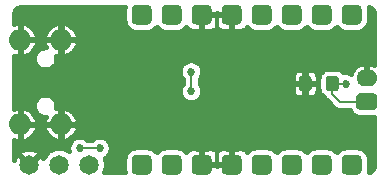
<source format=gbl>
G04 #@! TF.GenerationSoftware,KiCad,Pcbnew,(5.1.0-0)*
G04 #@! TF.CreationDate,2019-04-12T20:13:37-07:00*
G04 #@! TF.ProjectId,ap2112m-txb0104-module,61703231-3132-46d2-9d74-786230313034,rev?*
G04 #@! TF.SameCoordinates,Original*
G04 #@! TF.FileFunction,Copper,L2,Bot*
G04 #@! TF.FilePolarity,Positive*
%FSLAX46Y46*%
G04 Gerber Fmt 4.6, Leading zero omitted, Abs format (unit mm)*
G04 Created by KiCad (PCBNEW (5.1.0-0)) date 2019-04-12 20:13:37*
%MOMM*%
%LPD*%
G04 APERTURE LIST*
%ADD10O,1.860000X1.860000*%
%ADD11C,0.025400*%
%ADD12C,1.700000*%
%ADD13O,1.778000X1.397000*%
%ADD14C,1.397000*%
%ADD15C,1.100000*%
%ADD16C,1.651000*%
%ADD17C,0.685800*%
%ADD18C,0.304800*%
%ADD19C,0.203200*%
%ADD20C,0.406400*%
G04 APERTURE END LIST*
D10*
X140850000Y-91840000D03*
X144300000Y-91840000D03*
X140850000Y-84690000D03*
X144300000Y-84690000D03*
D11*
G36*
X154136657Y-81702046D02*
G01*
X154177913Y-81708166D01*
X154218371Y-81718300D01*
X154257640Y-81732351D01*
X154295344Y-81750183D01*
X154331117Y-81771625D01*
X154364617Y-81796471D01*
X154395520Y-81824480D01*
X154423529Y-81855383D01*
X154448375Y-81888883D01*
X154469817Y-81924656D01*
X154487649Y-81962360D01*
X154501700Y-82001629D01*
X154511834Y-82042087D01*
X154517954Y-82083343D01*
X154520000Y-82125000D01*
X154520000Y-82975000D01*
X154517954Y-83016657D01*
X154511834Y-83057913D01*
X154501700Y-83098371D01*
X154487649Y-83137640D01*
X154469817Y-83175344D01*
X154448375Y-83211117D01*
X154423529Y-83244617D01*
X154395520Y-83275520D01*
X154364617Y-83303529D01*
X154331117Y-83328375D01*
X154295344Y-83349817D01*
X154257640Y-83367649D01*
X154218371Y-83381700D01*
X154177913Y-83391834D01*
X154136657Y-83397954D01*
X154095000Y-83400000D01*
X153245000Y-83400000D01*
X153203343Y-83397954D01*
X153162087Y-83391834D01*
X153121629Y-83381700D01*
X153082360Y-83367649D01*
X153044656Y-83349817D01*
X153008883Y-83328375D01*
X152975383Y-83303529D01*
X152944480Y-83275520D01*
X152916471Y-83244617D01*
X152891625Y-83211117D01*
X152870183Y-83175344D01*
X152852351Y-83137640D01*
X152838300Y-83098371D01*
X152828166Y-83057913D01*
X152822046Y-83016657D01*
X152820000Y-82975000D01*
X152820000Y-82125000D01*
X152822046Y-82083343D01*
X152828166Y-82042087D01*
X152838300Y-82001629D01*
X152852351Y-81962360D01*
X152870183Y-81924656D01*
X152891625Y-81888883D01*
X152916471Y-81855383D01*
X152944480Y-81824480D01*
X152975383Y-81796471D01*
X153008883Y-81771625D01*
X153044656Y-81750183D01*
X153082360Y-81732351D01*
X153121629Y-81718300D01*
X153162087Y-81708166D01*
X153203343Y-81702046D01*
X153245000Y-81700000D01*
X154095000Y-81700000D01*
X154136657Y-81702046D01*
X154136657Y-81702046D01*
G37*
D12*
X153670000Y-82550000D03*
D11*
G36*
X151596657Y-81702046D02*
G01*
X151637913Y-81708166D01*
X151678371Y-81718300D01*
X151717640Y-81732351D01*
X151755344Y-81750183D01*
X151791117Y-81771625D01*
X151824617Y-81796471D01*
X151855520Y-81824480D01*
X151883529Y-81855383D01*
X151908375Y-81888883D01*
X151929817Y-81924656D01*
X151947649Y-81962360D01*
X151961700Y-82001629D01*
X151971834Y-82042087D01*
X151977954Y-82083343D01*
X151980000Y-82125000D01*
X151980000Y-82975000D01*
X151977954Y-83016657D01*
X151971834Y-83057913D01*
X151961700Y-83098371D01*
X151947649Y-83137640D01*
X151929817Y-83175344D01*
X151908375Y-83211117D01*
X151883529Y-83244617D01*
X151855520Y-83275520D01*
X151824617Y-83303529D01*
X151791117Y-83328375D01*
X151755344Y-83349817D01*
X151717640Y-83367649D01*
X151678371Y-83381700D01*
X151637913Y-83391834D01*
X151596657Y-83397954D01*
X151555000Y-83400000D01*
X150705000Y-83400000D01*
X150663343Y-83397954D01*
X150622087Y-83391834D01*
X150581629Y-83381700D01*
X150542360Y-83367649D01*
X150504656Y-83349817D01*
X150468883Y-83328375D01*
X150435383Y-83303529D01*
X150404480Y-83275520D01*
X150376471Y-83244617D01*
X150351625Y-83211117D01*
X150330183Y-83175344D01*
X150312351Y-83137640D01*
X150298300Y-83098371D01*
X150288166Y-83057913D01*
X150282046Y-83016657D01*
X150280000Y-82975000D01*
X150280000Y-82125000D01*
X150282046Y-82083343D01*
X150288166Y-82042087D01*
X150298300Y-82001629D01*
X150312351Y-81962360D01*
X150330183Y-81924656D01*
X150351625Y-81888883D01*
X150376471Y-81855383D01*
X150404480Y-81824480D01*
X150435383Y-81796471D01*
X150468883Y-81771625D01*
X150504656Y-81750183D01*
X150542360Y-81732351D01*
X150581629Y-81718300D01*
X150622087Y-81708166D01*
X150663343Y-81702046D01*
X150705000Y-81700000D01*
X151555000Y-81700000D01*
X151596657Y-81702046D01*
X151596657Y-81702046D01*
G37*
D12*
X151130000Y-82550000D03*
D11*
G36*
X159216657Y-81702046D02*
G01*
X159257913Y-81708166D01*
X159298371Y-81718300D01*
X159337640Y-81732351D01*
X159375344Y-81750183D01*
X159411117Y-81771625D01*
X159444617Y-81796471D01*
X159475520Y-81824480D01*
X159503529Y-81855383D01*
X159528375Y-81888883D01*
X159549817Y-81924656D01*
X159567649Y-81962360D01*
X159581700Y-82001629D01*
X159591834Y-82042087D01*
X159597954Y-82083343D01*
X159600000Y-82125000D01*
X159600000Y-82975000D01*
X159597954Y-83016657D01*
X159591834Y-83057913D01*
X159581700Y-83098371D01*
X159567649Y-83137640D01*
X159549817Y-83175344D01*
X159528375Y-83211117D01*
X159503529Y-83244617D01*
X159475520Y-83275520D01*
X159444617Y-83303529D01*
X159411117Y-83328375D01*
X159375344Y-83349817D01*
X159337640Y-83367649D01*
X159298371Y-83381700D01*
X159257913Y-83391834D01*
X159216657Y-83397954D01*
X159175000Y-83400000D01*
X158325000Y-83400000D01*
X158283343Y-83397954D01*
X158242087Y-83391834D01*
X158201629Y-83381700D01*
X158162360Y-83367649D01*
X158124656Y-83349817D01*
X158088883Y-83328375D01*
X158055383Y-83303529D01*
X158024480Y-83275520D01*
X157996471Y-83244617D01*
X157971625Y-83211117D01*
X157950183Y-83175344D01*
X157932351Y-83137640D01*
X157918300Y-83098371D01*
X157908166Y-83057913D01*
X157902046Y-83016657D01*
X157900000Y-82975000D01*
X157900000Y-82125000D01*
X157902046Y-82083343D01*
X157908166Y-82042087D01*
X157918300Y-82001629D01*
X157932351Y-81962360D01*
X157950183Y-81924656D01*
X157971625Y-81888883D01*
X157996471Y-81855383D01*
X158024480Y-81824480D01*
X158055383Y-81796471D01*
X158088883Y-81771625D01*
X158124656Y-81750183D01*
X158162360Y-81732351D01*
X158201629Y-81718300D01*
X158242087Y-81708166D01*
X158283343Y-81702046D01*
X158325000Y-81700000D01*
X159175000Y-81700000D01*
X159216657Y-81702046D01*
X159216657Y-81702046D01*
G37*
D12*
X158750000Y-82550000D03*
D11*
G36*
X156676657Y-81702046D02*
G01*
X156717913Y-81708166D01*
X156758371Y-81718300D01*
X156797640Y-81732351D01*
X156835344Y-81750183D01*
X156871117Y-81771625D01*
X156904617Y-81796471D01*
X156935520Y-81824480D01*
X156963529Y-81855383D01*
X156988375Y-81888883D01*
X157009817Y-81924656D01*
X157027649Y-81962360D01*
X157041700Y-82001629D01*
X157051834Y-82042087D01*
X157057954Y-82083343D01*
X157060000Y-82125000D01*
X157060000Y-82975000D01*
X157057954Y-83016657D01*
X157051834Y-83057913D01*
X157041700Y-83098371D01*
X157027649Y-83137640D01*
X157009817Y-83175344D01*
X156988375Y-83211117D01*
X156963529Y-83244617D01*
X156935520Y-83275520D01*
X156904617Y-83303529D01*
X156871117Y-83328375D01*
X156835344Y-83349817D01*
X156797640Y-83367649D01*
X156758371Y-83381700D01*
X156717913Y-83391834D01*
X156676657Y-83397954D01*
X156635000Y-83400000D01*
X155785000Y-83400000D01*
X155743343Y-83397954D01*
X155702087Y-83391834D01*
X155661629Y-83381700D01*
X155622360Y-83367649D01*
X155584656Y-83349817D01*
X155548883Y-83328375D01*
X155515383Y-83303529D01*
X155484480Y-83275520D01*
X155456471Y-83244617D01*
X155431625Y-83211117D01*
X155410183Y-83175344D01*
X155392351Y-83137640D01*
X155378300Y-83098371D01*
X155368166Y-83057913D01*
X155362046Y-83016657D01*
X155360000Y-82975000D01*
X155360000Y-82125000D01*
X155362046Y-82083343D01*
X155368166Y-82042087D01*
X155378300Y-82001629D01*
X155392351Y-81962360D01*
X155410183Y-81924656D01*
X155431625Y-81888883D01*
X155456471Y-81855383D01*
X155484480Y-81824480D01*
X155515383Y-81796471D01*
X155548883Y-81771625D01*
X155584656Y-81750183D01*
X155622360Y-81732351D01*
X155661629Y-81718300D01*
X155702087Y-81708166D01*
X155743343Y-81702046D01*
X155785000Y-81700000D01*
X156635000Y-81700000D01*
X156676657Y-81702046D01*
X156676657Y-81702046D01*
G37*
D12*
X156210000Y-82550000D03*
D11*
G36*
X154136657Y-94402046D02*
G01*
X154177913Y-94408166D01*
X154218371Y-94418300D01*
X154257640Y-94432351D01*
X154295344Y-94450183D01*
X154331117Y-94471625D01*
X154364617Y-94496471D01*
X154395520Y-94524480D01*
X154423529Y-94555383D01*
X154448375Y-94588883D01*
X154469817Y-94624656D01*
X154487649Y-94662360D01*
X154501700Y-94701629D01*
X154511834Y-94742087D01*
X154517954Y-94783343D01*
X154520000Y-94825000D01*
X154520000Y-95675000D01*
X154517954Y-95716657D01*
X154511834Y-95757913D01*
X154501700Y-95798371D01*
X154487649Y-95837640D01*
X154469817Y-95875344D01*
X154448375Y-95911117D01*
X154423529Y-95944617D01*
X154395520Y-95975520D01*
X154364617Y-96003529D01*
X154331117Y-96028375D01*
X154295344Y-96049817D01*
X154257640Y-96067649D01*
X154218371Y-96081700D01*
X154177913Y-96091834D01*
X154136657Y-96097954D01*
X154095000Y-96100000D01*
X153245000Y-96100000D01*
X153203343Y-96097954D01*
X153162087Y-96091834D01*
X153121629Y-96081700D01*
X153082360Y-96067649D01*
X153044656Y-96049817D01*
X153008883Y-96028375D01*
X152975383Y-96003529D01*
X152944480Y-95975520D01*
X152916471Y-95944617D01*
X152891625Y-95911117D01*
X152870183Y-95875344D01*
X152852351Y-95837640D01*
X152838300Y-95798371D01*
X152828166Y-95757913D01*
X152822046Y-95716657D01*
X152820000Y-95675000D01*
X152820000Y-94825000D01*
X152822046Y-94783343D01*
X152828166Y-94742087D01*
X152838300Y-94701629D01*
X152852351Y-94662360D01*
X152870183Y-94624656D01*
X152891625Y-94588883D01*
X152916471Y-94555383D01*
X152944480Y-94524480D01*
X152975383Y-94496471D01*
X153008883Y-94471625D01*
X153044656Y-94450183D01*
X153082360Y-94432351D01*
X153121629Y-94418300D01*
X153162087Y-94408166D01*
X153203343Y-94402046D01*
X153245000Y-94400000D01*
X154095000Y-94400000D01*
X154136657Y-94402046D01*
X154136657Y-94402046D01*
G37*
D12*
X153670000Y-95250000D03*
D11*
G36*
X151596657Y-94402046D02*
G01*
X151637913Y-94408166D01*
X151678371Y-94418300D01*
X151717640Y-94432351D01*
X151755344Y-94450183D01*
X151791117Y-94471625D01*
X151824617Y-94496471D01*
X151855520Y-94524480D01*
X151883529Y-94555383D01*
X151908375Y-94588883D01*
X151929817Y-94624656D01*
X151947649Y-94662360D01*
X151961700Y-94701629D01*
X151971834Y-94742087D01*
X151977954Y-94783343D01*
X151980000Y-94825000D01*
X151980000Y-95675000D01*
X151977954Y-95716657D01*
X151971834Y-95757913D01*
X151961700Y-95798371D01*
X151947649Y-95837640D01*
X151929817Y-95875344D01*
X151908375Y-95911117D01*
X151883529Y-95944617D01*
X151855520Y-95975520D01*
X151824617Y-96003529D01*
X151791117Y-96028375D01*
X151755344Y-96049817D01*
X151717640Y-96067649D01*
X151678371Y-96081700D01*
X151637913Y-96091834D01*
X151596657Y-96097954D01*
X151555000Y-96100000D01*
X150705000Y-96100000D01*
X150663343Y-96097954D01*
X150622087Y-96091834D01*
X150581629Y-96081700D01*
X150542360Y-96067649D01*
X150504656Y-96049817D01*
X150468883Y-96028375D01*
X150435383Y-96003529D01*
X150404480Y-95975520D01*
X150376471Y-95944617D01*
X150351625Y-95911117D01*
X150330183Y-95875344D01*
X150312351Y-95837640D01*
X150298300Y-95798371D01*
X150288166Y-95757913D01*
X150282046Y-95716657D01*
X150280000Y-95675000D01*
X150280000Y-94825000D01*
X150282046Y-94783343D01*
X150288166Y-94742087D01*
X150298300Y-94701629D01*
X150312351Y-94662360D01*
X150330183Y-94624656D01*
X150351625Y-94588883D01*
X150376471Y-94555383D01*
X150404480Y-94524480D01*
X150435383Y-94496471D01*
X150468883Y-94471625D01*
X150504656Y-94450183D01*
X150542360Y-94432351D01*
X150581629Y-94418300D01*
X150622087Y-94408166D01*
X150663343Y-94402046D01*
X150705000Y-94400000D01*
X151555000Y-94400000D01*
X151596657Y-94402046D01*
X151596657Y-94402046D01*
G37*
D12*
X151130000Y-95250000D03*
D11*
G36*
X159216657Y-94402046D02*
G01*
X159257913Y-94408166D01*
X159298371Y-94418300D01*
X159337640Y-94432351D01*
X159375344Y-94450183D01*
X159411117Y-94471625D01*
X159444617Y-94496471D01*
X159475520Y-94524480D01*
X159503529Y-94555383D01*
X159528375Y-94588883D01*
X159549817Y-94624656D01*
X159567649Y-94662360D01*
X159581700Y-94701629D01*
X159591834Y-94742087D01*
X159597954Y-94783343D01*
X159600000Y-94825000D01*
X159600000Y-95675000D01*
X159597954Y-95716657D01*
X159591834Y-95757913D01*
X159581700Y-95798371D01*
X159567649Y-95837640D01*
X159549817Y-95875344D01*
X159528375Y-95911117D01*
X159503529Y-95944617D01*
X159475520Y-95975520D01*
X159444617Y-96003529D01*
X159411117Y-96028375D01*
X159375344Y-96049817D01*
X159337640Y-96067649D01*
X159298371Y-96081700D01*
X159257913Y-96091834D01*
X159216657Y-96097954D01*
X159175000Y-96100000D01*
X158325000Y-96100000D01*
X158283343Y-96097954D01*
X158242087Y-96091834D01*
X158201629Y-96081700D01*
X158162360Y-96067649D01*
X158124656Y-96049817D01*
X158088883Y-96028375D01*
X158055383Y-96003529D01*
X158024480Y-95975520D01*
X157996471Y-95944617D01*
X157971625Y-95911117D01*
X157950183Y-95875344D01*
X157932351Y-95837640D01*
X157918300Y-95798371D01*
X157908166Y-95757913D01*
X157902046Y-95716657D01*
X157900000Y-95675000D01*
X157900000Y-94825000D01*
X157902046Y-94783343D01*
X157908166Y-94742087D01*
X157918300Y-94701629D01*
X157932351Y-94662360D01*
X157950183Y-94624656D01*
X157971625Y-94588883D01*
X157996471Y-94555383D01*
X158024480Y-94524480D01*
X158055383Y-94496471D01*
X158088883Y-94471625D01*
X158124656Y-94450183D01*
X158162360Y-94432351D01*
X158201629Y-94418300D01*
X158242087Y-94408166D01*
X158283343Y-94402046D01*
X158325000Y-94400000D01*
X159175000Y-94400000D01*
X159216657Y-94402046D01*
X159216657Y-94402046D01*
G37*
D12*
X158750000Y-95250000D03*
D11*
G36*
X156676657Y-94402046D02*
G01*
X156717913Y-94408166D01*
X156758371Y-94418300D01*
X156797640Y-94432351D01*
X156835344Y-94450183D01*
X156871117Y-94471625D01*
X156904617Y-94496471D01*
X156935520Y-94524480D01*
X156963529Y-94555383D01*
X156988375Y-94588883D01*
X157009817Y-94624656D01*
X157027649Y-94662360D01*
X157041700Y-94701629D01*
X157051834Y-94742087D01*
X157057954Y-94783343D01*
X157060000Y-94825000D01*
X157060000Y-95675000D01*
X157057954Y-95716657D01*
X157051834Y-95757913D01*
X157041700Y-95798371D01*
X157027649Y-95837640D01*
X157009817Y-95875344D01*
X156988375Y-95911117D01*
X156963529Y-95944617D01*
X156935520Y-95975520D01*
X156904617Y-96003529D01*
X156871117Y-96028375D01*
X156835344Y-96049817D01*
X156797640Y-96067649D01*
X156758371Y-96081700D01*
X156717913Y-96091834D01*
X156676657Y-96097954D01*
X156635000Y-96100000D01*
X155785000Y-96100000D01*
X155743343Y-96097954D01*
X155702087Y-96091834D01*
X155661629Y-96081700D01*
X155622360Y-96067649D01*
X155584656Y-96049817D01*
X155548883Y-96028375D01*
X155515383Y-96003529D01*
X155484480Y-95975520D01*
X155456471Y-95944617D01*
X155431625Y-95911117D01*
X155410183Y-95875344D01*
X155392351Y-95837640D01*
X155378300Y-95798371D01*
X155368166Y-95757913D01*
X155362046Y-95716657D01*
X155360000Y-95675000D01*
X155360000Y-94825000D01*
X155362046Y-94783343D01*
X155368166Y-94742087D01*
X155378300Y-94701629D01*
X155392351Y-94662360D01*
X155410183Y-94624656D01*
X155431625Y-94588883D01*
X155456471Y-94555383D01*
X155484480Y-94524480D01*
X155515383Y-94496471D01*
X155548883Y-94471625D01*
X155584656Y-94450183D01*
X155622360Y-94432351D01*
X155661629Y-94418300D01*
X155702087Y-94408166D01*
X155743343Y-94402046D01*
X155785000Y-94400000D01*
X156635000Y-94400000D01*
X156676657Y-94402046D01*
X156676657Y-94402046D01*
G37*
D12*
X156210000Y-95250000D03*
D11*
G36*
X169376657Y-81702046D02*
G01*
X169417913Y-81708166D01*
X169458371Y-81718300D01*
X169497640Y-81732351D01*
X169535344Y-81750183D01*
X169571117Y-81771625D01*
X169604617Y-81796471D01*
X169635520Y-81824480D01*
X169663529Y-81855383D01*
X169688375Y-81888883D01*
X169709817Y-81924656D01*
X169727649Y-81962360D01*
X169741700Y-82001629D01*
X169751834Y-82042087D01*
X169757954Y-82083343D01*
X169760000Y-82125000D01*
X169760000Y-82975000D01*
X169757954Y-83016657D01*
X169751834Y-83057913D01*
X169741700Y-83098371D01*
X169727649Y-83137640D01*
X169709817Y-83175344D01*
X169688375Y-83211117D01*
X169663529Y-83244617D01*
X169635520Y-83275520D01*
X169604617Y-83303529D01*
X169571117Y-83328375D01*
X169535344Y-83349817D01*
X169497640Y-83367649D01*
X169458371Y-83381700D01*
X169417913Y-83391834D01*
X169376657Y-83397954D01*
X169335000Y-83400000D01*
X168485000Y-83400000D01*
X168443343Y-83397954D01*
X168402087Y-83391834D01*
X168361629Y-83381700D01*
X168322360Y-83367649D01*
X168284656Y-83349817D01*
X168248883Y-83328375D01*
X168215383Y-83303529D01*
X168184480Y-83275520D01*
X168156471Y-83244617D01*
X168131625Y-83211117D01*
X168110183Y-83175344D01*
X168092351Y-83137640D01*
X168078300Y-83098371D01*
X168068166Y-83057913D01*
X168062046Y-83016657D01*
X168060000Y-82975000D01*
X168060000Y-82125000D01*
X168062046Y-82083343D01*
X168068166Y-82042087D01*
X168078300Y-82001629D01*
X168092351Y-81962360D01*
X168110183Y-81924656D01*
X168131625Y-81888883D01*
X168156471Y-81855383D01*
X168184480Y-81824480D01*
X168215383Y-81796471D01*
X168248883Y-81771625D01*
X168284656Y-81750183D01*
X168322360Y-81732351D01*
X168361629Y-81718300D01*
X168402087Y-81708166D01*
X168443343Y-81702046D01*
X168485000Y-81700000D01*
X169335000Y-81700000D01*
X169376657Y-81702046D01*
X169376657Y-81702046D01*
G37*
D12*
X168910000Y-82550000D03*
D11*
G36*
X166836657Y-81702046D02*
G01*
X166877913Y-81708166D01*
X166918371Y-81718300D01*
X166957640Y-81732351D01*
X166995344Y-81750183D01*
X167031117Y-81771625D01*
X167064617Y-81796471D01*
X167095520Y-81824480D01*
X167123529Y-81855383D01*
X167148375Y-81888883D01*
X167169817Y-81924656D01*
X167187649Y-81962360D01*
X167201700Y-82001629D01*
X167211834Y-82042087D01*
X167217954Y-82083343D01*
X167220000Y-82125000D01*
X167220000Y-82975000D01*
X167217954Y-83016657D01*
X167211834Y-83057913D01*
X167201700Y-83098371D01*
X167187649Y-83137640D01*
X167169817Y-83175344D01*
X167148375Y-83211117D01*
X167123529Y-83244617D01*
X167095520Y-83275520D01*
X167064617Y-83303529D01*
X167031117Y-83328375D01*
X166995344Y-83349817D01*
X166957640Y-83367649D01*
X166918371Y-83381700D01*
X166877913Y-83391834D01*
X166836657Y-83397954D01*
X166795000Y-83400000D01*
X165945000Y-83400000D01*
X165903343Y-83397954D01*
X165862087Y-83391834D01*
X165821629Y-83381700D01*
X165782360Y-83367649D01*
X165744656Y-83349817D01*
X165708883Y-83328375D01*
X165675383Y-83303529D01*
X165644480Y-83275520D01*
X165616471Y-83244617D01*
X165591625Y-83211117D01*
X165570183Y-83175344D01*
X165552351Y-83137640D01*
X165538300Y-83098371D01*
X165528166Y-83057913D01*
X165522046Y-83016657D01*
X165520000Y-82975000D01*
X165520000Y-82125000D01*
X165522046Y-82083343D01*
X165528166Y-82042087D01*
X165538300Y-82001629D01*
X165552351Y-81962360D01*
X165570183Y-81924656D01*
X165591625Y-81888883D01*
X165616471Y-81855383D01*
X165644480Y-81824480D01*
X165675383Y-81796471D01*
X165708883Y-81771625D01*
X165744656Y-81750183D01*
X165782360Y-81732351D01*
X165821629Y-81718300D01*
X165862087Y-81708166D01*
X165903343Y-81702046D01*
X165945000Y-81700000D01*
X166795000Y-81700000D01*
X166836657Y-81702046D01*
X166836657Y-81702046D01*
G37*
D12*
X166370000Y-82550000D03*
D11*
G36*
X164296657Y-81702046D02*
G01*
X164337913Y-81708166D01*
X164378371Y-81718300D01*
X164417640Y-81732351D01*
X164455344Y-81750183D01*
X164491117Y-81771625D01*
X164524617Y-81796471D01*
X164555520Y-81824480D01*
X164583529Y-81855383D01*
X164608375Y-81888883D01*
X164629817Y-81924656D01*
X164647649Y-81962360D01*
X164661700Y-82001629D01*
X164671834Y-82042087D01*
X164677954Y-82083343D01*
X164680000Y-82125000D01*
X164680000Y-82975000D01*
X164677954Y-83016657D01*
X164671834Y-83057913D01*
X164661700Y-83098371D01*
X164647649Y-83137640D01*
X164629817Y-83175344D01*
X164608375Y-83211117D01*
X164583529Y-83244617D01*
X164555520Y-83275520D01*
X164524617Y-83303529D01*
X164491117Y-83328375D01*
X164455344Y-83349817D01*
X164417640Y-83367649D01*
X164378371Y-83381700D01*
X164337913Y-83391834D01*
X164296657Y-83397954D01*
X164255000Y-83400000D01*
X163405000Y-83400000D01*
X163363343Y-83397954D01*
X163322087Y-83391834D01*
X163281629Y-83381700D01*
X163242360Y-83367649D01*
X163204656Y-83349817D01*
X163168883Y-83328375D01*
X163135383Y-83303529D01*
X163104480Y-83275520D01*
X163076471Y-83244617D01*
X163051625Y-83211117D01*
X163030183Y-83175344D01*
X163012351Y-83137640D01*
X162998300Y-83098371D01*
X162988166Y-83057913D01*
X162982046Y-83016657D01*
X162980000Y-82975000D01*
X162980000Y-82125000D01*
X162982046Y-82083343D01*
X162988166Y-82042087D01*
X162998300Y-82001629D01*
X163012351Y-81962360D01*
X163030183Y-81924656D01*
X163051625Y-81888883D01*
X163076471Y-81855383D01*
X163104480Y-81824480D01*
X163135383Y-81796471D01*
X163168883Y-81771625D01*
X163204656Y-81750183D01*
X163242360Y-81732351D01*
X163281629Y-81718300D01*
X163322087Y-81708166D01*
X163363343Y-81702046D01*
X163405000Y-81700000D01*
X164255000Y-81700000D01*
X164296657Y-81702046D01*
X164296657Y-81702046D01*
G37*
D12*
X163830000Y-82550000D03*
D11*
G36*
X161756657Y-81702046D02*
G01*
X161797913Y-81708166D01*
X161838371Y-81718300D01*
X161877640Y-81732351D01*
X161915344Y-81750183D01*
X161951117Y-81771625D01*
X161984617Y-81796471D01*
X162015520Y-81824480D01*
X162043529Y-81855383D01*
X162068375Y-81888883D01*
X162089817Y-81924656D01*
X162107649Y-81962360D01*
X162121700Y-82001629D01*
X162131834Y-82042087D01*
X162137954Y-82083343D01*
X162140000Y-82125000D01*
X162140000Y-82975000D01*
X162137954Y-83016657D01*
X162131834Y-83057913D01*
X162121700Y-83098371D01*
X162107649Y-83137640D01*
X162089817Y-83175344D01*
X162068375Y-83211117D01*
X162043529Y-83244617D01*
X162015520Y-83275520D01*
X161984617Y-83303529D01*
X161951117Y-83328375D01*
X161915344Y-83349817D01*
X161877640Y-83367649D01*
X161838371Y-83381700D01*
X161797913Y-83391834D01*
X161756657Y-83397954D01*
X161715000Y-83400000D01*
X160865000Y-83400000D01*
X160823343Y-83397954D01*
X160782087Y-83391834D01*
X160741629Y-83381700D01*
X160702360Y-83367649D01*
X160664656Y-83349817D01*
X160628883Y-83328375D01*
X160595383Y-83303529D01*
X160564480Y-83275520D01*
X160536471Y-83244617D01*
X160511625Y-83211117D01*
X160490183Y-83175344D01*
X160472351Y-83137640D01*
X160458300Y-83098371D01*
X160448166Y-83057913D01*
X160442046Y-83016657D01*
X160440000Y-82975000D01*
X160440000Y-82125000D01*
X160442046Y-82083343D01*
X160448166Y-82042087D01*
X160458300Y-82001629D01*
X160472351Y-81962360D01*
X160490183Y-81924656D01*
X160511625Y-81888883D01*
X160536471Y-81855383D01*
X160564480Y-81824480D01*
X160595383Y-81796471D01*
X160628883Y-81771625D01*
X160664656Y-81750183D01*
X160702360Y-81732351D01*
X160741629Y-81718300D01*
X160782087Y-81708166D01*
X160823343Y-81702046D01*
X160865000Y-81700000D01*
X161715000Y-81700000D01*
X161756657Y-81702046D01*
X161756657Y-81702046D01*
G37*
D12*
X161290000Y-82550000D03*
D11*
G36*
X161756657Y-94402046D02*
G01*
X161797913Y-94408166D01*
X161838371Y-94418300D01*
X161877640Y-94432351D01*
X161915344Y-94450183D01*
X161951117Y-94471625D01*
X161984617Y-94496471D01*
X162015520Y-94524480D01*
X162043529Y-94555383D01*
X162068375Y-94588883D01*
X162089817Y-94624656D01*
X162107649Y-94662360D01*
X162121700Y-94701629D01*
X162131834Y-94742087D01*
X162137954Y-94783343D01*
X162140000Y-94825000D01*
X162140000Y-95675000D01*
X162137954Y-95716657D01*
X162131834Y-95757913D01*
X162121700Y-95798371D01*
X162107649Y-95837640D01*
X162089817Y-95875344D01*
X162068375Y-95911117D01*
X162043529Y-95944617D01*
X162015520Y-95975520D01*
X161984617Y-96003529D01*
X161951117Y-96028375D01*
X161915344Y-96049817D01*
X161877640Y-96067649D01*
X161838371Y-96081700D01*
X161797913Y-96091834D01*
X161756657Y-96097954D01*
X161715000Y-96100000D01*
X160865000Y-96100000D01*
X160823343Y-96097954D01*
X160782087Y-96091834D01*
X160741629Y-96081700D01*
X160702360Y-96067649D01*
X160664656Y-96049817D01*
X160628883Y-96028375D01*
X160595383Y-96003529D01*
X160564480Y-95975520D01*
X160536471Y-95944617D01*
X160511625Y-95911117D01*
X160490183Y-95875344D01*
X160472351Y-95837640D01*
X160458300Y-95798371D01*
X160448166Y-95757913D01*
X160442046Y-95716657D01*
X160440000Y-95675000D01*
X160440000Y-94825000D01*
X160442046Y-94783343D01*
X160448166Y-94742087D01*
X160458300Y-94701629D01*
X160472351Y-94662360D01*
X160490183Y-94624656D01*
X160511625Y-94588883D01*
X160536471Y-94555383D01*
X160564480Y-94524480D01*
X160595383Y-94496471D01*
X160628883Y-94471625D01*
X160664656Y-94450183D01*
X160702360Y-94432351D01*
X160741629Y-94418300D01*
X160782087Y-94408166D01*
X160823343Y-94402046D01*
X160865000Y-94400000D01*
X161715000Y-94400000D01*
X161756657Y-94402046D01*
X161756657Y-94402046D01*
G37*
D12*
X161290000Y-95250000D03*
D11*
G36*
X164296657Y-94402046D02*
G01*
X164337913Y-94408166D01*
X164378371Y-94418300D01*
X164417640Y-94432351D01*
X164455344Y-94450183D01*
X164491117Y-94471625D01*
X164524617Y-94496471D01*
X164555520Y-94524480D01*
X164583529Y-94555383D01*
X164608375Y-94588883D01*
X164629817Y-94624656D01*
X164647649Y-94662360D01*
X164661700Y-94701629D01*
X164671834Y-94742087D01*
X164677954Y-94783343D01*
X164680000Y-94825000D01*
X164680000Y-95675000D01*
X164677954Y-95716657D01*
X164671834Y-95757913D01*
X164661700Y-95798371D01*
X164647649Y-95837640D01*
X164629817Y-95875344D01*
X164608375Y-95911117D01*
X164583529Y-95944617D01*
X164555520Y-95975520D01*
X164524617Y-96003529D01*
X164491117Y-96028375D01*
X164455344Y-96049817D01*
X164417640Y-96067649D01*
X164378371Y-96081700D01*
X164337913Y-96091834D01*
X164296657Y-96097954D01*
X164255000Y-96100000D01*
X163405000Y-96100000D01*
X163363343Y-96097954D01*
X163322087Y-96091834D01*
X163281629Y-96081700D01*
X163242360Y-96067649D01*
X163204656Y-96049817D01*
X163168883Y-96028375D01*
X163135383Y-96003529D01*
X163104480Y-95975520D01*
X163076471Y-95944617D01*
X163051625Y-95911117D01*
X163030183Y-95875344D01*
X163012351Y-95837640D01*
X162998300Y-95798371D01*
X162988166Y-95757913D01*
X162982046Y-95716657D01*
X162980000Y-95675000D01*
X162980000Y-94825000D01*
X162982046Y-94783343D01*
X162988166Y-94742087D01*
X162998300Y-94701629D01*
X163012351Y-94662360D01*
X163030183Y-94624656D01*
X163051625Y-94588883D01*
X163076471Y-94555383D01*
X163104480Y-94524480D01*
X163135383Y-94496471D01*
X163168883Y-94471625D01*
X163204656Y-94450183D01*
X163242360Y-94432351D01*
X163281629Y-94418300D01*
X163322087Y-94408166D01*
X163363343Y-94402046D01*
X163405000Y-94400000D01*
X164255000Y-94400000D01*
X164296657Y-94402046D01*
X164296657Y-94402046D01*
G37*
D12*
X163830000Y-95250000D03*
D11*
G36*
X166836657Y-94402046D02*
G01*
X166877913Y-94408166D01*
X166918371Y-94418300D01*
X166957640Y-94432351D01*
X166995344Y-94450183D01*
X167031117Y-94471625D01*
X167064617Y-94496471D01*
X167095520Y-94524480D01*
X167123529Y-94555383D01*
X167148375Y-94588883D01*
X167169817Y-94624656D01*
X167187649Y-94662360D01*
X167201700Y-94701629D01*
X167211834Y-94742087D01*
X167217954Y-94783343D01*
X167220000Y-94825000D01*
X167220000Y-95675000D01*
X167217954Y-95716657D01*
X167211834Y-95757913D01*
X167201700Y-95798371D01*
X167187649Y-95837640D01*
X167169817Y-95875344D01*
X167148375Y-95911117D01*
X167123529Y-95944617D01*
X167095520Y-95975520D01*
X167064617Y-96003529D01*
X167031117Y-96028375D01*
X166995344Y-96049817D01*
X166957640Y-96067649D01*
X166918371Y-96081700D01*
X166877913Y-96091834D01*
X166836657Y-96097954D01*
X166795000Y-96100000D01*
X165945000Y-96100000D01*
X165903343Y-96097954D01*
X165862087Y-96091834D01*
X165821629Y-96081700D01*
X165782360Y-96067649D01*
X165744656Y-96049817D01*
X165708883Y-96028375D01*
X165675383Y-96003529D01*
X165644480Y-95975520D01*
X165616471Y-95944617D01*
X165591625Y-95911117D01*
X165570183Y-95875344D01*
X165552351Y-95837640D01*
X165538300Y-95798371D01*
X165528166Y-95757913D01*
X165522046Y-95716657D01*
X165520000Y-95675000D01*
X165520000Y-94825000D01*
X165522046Y-94783343D01*
X165528166Y-94742087D01*
X165538300Y-94701629D01*
X165552351Y-94662360D01*
X165570183Y-94624656D01*
X165591625Y-94588883D01*
X165616471Y-94555383D01*
X165644480Y-94524480D01*
X165675383Y-94496471D01*
X165708883Y-94471625D01*
X165744656Y-94450183D01*
X165782360Y-94432351D01*
X165821629Y-94418300D01*
X165862087Y-94408166D01*
X165903343Y-94402046D01*
X165945000Y-94400000D01*
X166795000Y-94400000D01*
X166836657Y-94402046D01*
X166836657Y-94402046D01*
G37*
D12*
X166370000Y-95250000D03*
D11*
G36*
X169376657Y-94402046D02*
G01*
X169417913Y-94408166D01*
X169458371Y-94418300D01*
X169497640Y-94432351D01*
X169535344Y-94450183D01*
X169571117Y-94471625D01*
X169604617Y-94496471D01*
X169635520Y-94524480D01*
X169663529Y-94555383D01*
X169688375Y-94588883D01*
X169709817Y-94624656D01*
X169727649Y-94662360D01*
X169741700Y-94701629D01*
X169751834Y-94742087D01*
X169757954Y-94783343D01*
X169760000Y-94825000D01*
X169760000Y-95675000D01*
X169757954Y-95716657D01*
X169751834Y-95757913D01*
X169741700Y-95798371D01*
X169727649Y-95837640D01*
X169709817Y-95875344D01*
X169688375Y-95911117D01*
X169663529Y-95944617D01*
X169635520Y-95975520D01*
X169604617Y-96003529D01*
X169571117Y-96028375D01*
X169535344Y-96049817D01*
X169497640Y-96067649D01*
X169458371Y-96081700D01*
X169417913Y-96091834D01*
X169376657Y-96097954D01*
X169335000Y-96100000D01*
X168485000Y-96100000D01*
X168443343Y-96097954D01*
X168402087Y-96091834D01*
X168361629Y-96081700D01*
X168322360Y-96067649D01*
X168284656Y-96049817D01*
X168248883Y-96028375D01*
X168215383Y-96003529D01*
X168184480Y-95975520D01*
X168156471Y-95944617D01*
X168131625Y-95911117D01*
X168110183Y-95875344D01*
X168092351Y-95837640D01*
X168078300Y-95798371D01*
X168068166Y-95757913D01*
X168062046Y-95716657D01*
X168060000Y-95675000D01*
X168060000Y-94825000D01*
X168062046Y-94783343D01*
X168068166Y-94742087D01*
X168078300Y-94701629D01*
X168092351Y-94662360D01*
X168110183Y-94624656D01*
X168131625Y-94588883D01*
X168156471Y-94555383D01*
X168184480Y-94524480D01*
X168215383Y-94496471D01*
X168248883Y-94471625D01*
X168284656Y-94450183D01*
X168322360Y-94432351D01*
X168361629Y-94418300D01*
X168402087Y-94408166D01*
X168443343Y-94402046D01*
X168485000Y-94400000D01*
X169335000Y-94400000D01*
X169376657Y-94402046D01*
X169376657Y-94402046D01*
G37*
D12*
X168910000Y-95250000D03*
D13*
X170180000Y-87916000D03*
D11*
G36*
X170753982Y-89219182D02*
G01*
X170787885Y-89224211D01*
X170821132Y-89232539D01*
X170853402Y-89244085D01*
X170884385Y-89258739D01*
X170913783Y-89276359D01*
X170941312Y-89296776D01*
X170966707Y-89319793D01*
X170989724Y-89345188D01*
X171010141Y-89372717D01*
X171027761Y-89402115D01*
X171042415Y-89433098D01*
X171053961Y-89465368D01*
X171062289Y-89498615D01*
X171067318Y-89532518D01*
X171069000Y-89566750D01*
X171069000Y-90265250D01*
X171067318Y-90299482D01*
X171062289Y-90333385D01*
X171053961Y-90366632D01*
X171042415Y-90398902D01*
X171027761Y-90429885D01*
X171010141Y-90459283D01*
X170989724Y-90486812D01*
X170966707Y-90512207D01*
X170941312Y-90535224D01*
X170913783Y-90555641D01*
X170884385Y-90573261D01*
X170853402Y-90587915D01*
X170821132Y-90599461D01*
X170787885Y-90607789D01*
X170753982Y-90612818D01*
X170719750Y-90614500D01*
X169640250Y-90614500D01*
X169606018Y-90612818D01*
X169572115Y-90607789D01*
X169538868Y-90599461D01*
X169506598Y-90587915D01*
X169475615Y-90573261D01*
X169446217Y-90555641D01*
X169418688Y-90535224D01*
X169393293Y-90512207D01*
X169370276Y-90486812D01*
X169349859Y-90459283D01*
X169332239Y-90429885D01*
X169317585Y-90398902D01*
X169306039Y-90366632D01*
X169297711Y-90333385D01*
X169292682Y-90299482D01*
X169291000Y-90265250D01*
X169291000Y-89566750D01*
X169292682Y-89532518D01*
X169297711Y-89498615D01*
X169306039Y-89465368D01*
X169317585Y-89433098D01*
X169332239Y-89402115D01*
X169349859Y-89372717D01*
X169370276Y-89345188D01*
X169393293Y-89319793D01*
X169418688Y-89296776D01*
X169446217Y-89276359D01*
X169475615Y-89258739D01*
X169506598Y-89244085D01*
X169538868Y-89232539D01*
X169572115Y-89224211D01*
X169606018Y-89219182D01*
X169640250Y-89217500D01*
X170719750Y-89217500D01*
X170753982Y-89219182D01*
X170753982Y-89219182D01*
G37*
D14*
X170180000Y-89916000D03*
D11*
G36*
X165267955Y-87743324D02*
G01*
X165294650Y-87747284D01*
X165320828Y-87753841D01*
X165346238Y-87762933D01*
X165370634Y-87774472D01*
X165393782Y-87788346D01*
X165415458Y-87804422D01*
X165435454Y-87822546D01*
X165453578Y-87842542D01*
X165469654Y-87864218D01*
X165483528Y-87887366D01*
X165495067Y-87911762D01*
X165504159Y-87937172D01*
X165510716Y-87963350D01*
X165514676Y-87990045D01*
X165516000Y-88017000D01*
X165516000Y-88767000D01*
X165514676Y-88793955D01*
X165510716Y-88820650D01*
X165504159Y-88846828D01*
X165495067Y-88872238D01*
X165483528Y-88896634D01*
X165469654Y-88919782D01*
X165453578Y-88941458D01*
X165435454Y-88961454D01*
X165415458Y-88979578D01*
X165393782Y-88995654D01*
X165370634Y-89009528D01*
X165346238Y-89021067D01*
X165320828Y-89030159D01*
X165294650Y-89036716D01*
X165267955Y-89040676D01*
X165241000Y-89042000D01*
X164691000Y-89042000D01*
X164664045Y-89040676D01*
X164637350Y-89036716D01*
X164611172Y-89030159D01*
X164585762Y-89021067D01*
X164561366Y-89009528D01*
X164538218Y-88995654D01*
X164516542Y-88979578D01*
X164496546Y-88961454D01*
X164478422Y-88941458D01*
X164462346Y-88919782D01*
X164448472Y-88896634D01*
X164436933Y-88872238D01*
X164427841Y-88846828D01*
X164421284Y-88820650D01*
X164417324Y-88793955D01*
X164416000Y-88767000D01*
X164416000Y-88017000D01*
X164417324Y-87990045D01*
X164421284Y-87963350D01*
X164427841Y-87937172D01*
X164436933Y-87911762D01*
X164448472Y-87887366D01*
X164462346Y-87864218D01*
X164478422Y-87842542D01*
X164496546Y-87822546D01*
X164516542Y-87804422D01*
X164538218Y-87788346D01*
X164561366Y-87774472D01*
X164585762Y-87762933D01*
X164611172Y-87753841D01*
X164637350Y-87747284D01*
X164664045Y-87743324D01*
X164691000Y-87742000D01*
X165241000Y-87742000D01*
X165267955Y-87743324D01*
X165267955Y-87743324D01*
G37*
D15*
X164966000Y-88392000D03*
D11*
G36*
X167567955Y-87743324D02*
G01*
X167594650Y-87747284D01*
X167620828Y-87753841D01*
X167646238Y-87762933D01*
X167670634Y-87774472D01*
X167693782Y-87788346D01*
X167715458Y-87804422D01*
X167735454Y-87822546D01*
X167753578Y-87842542D01*
X167769654Y-87864218D01*
X167783528Y-87887366D01*
X167795067Y-87911762D01*
X167804159Y-87937172D01*
X167810716Y-87963350D01*
X167814676Y-87990045D01*
X167816000Y-88017000D01*
X167816000Y-88767000D01*
X167814676Y-88793955D01*
X167810716Y-88820650D01*
X167804159Y-88846828D01*
X167795067Y-88872238D01*
X167783528Y-88896634D01*
X167769654Y-88919782D01*
X167753578Y-88941458D01*
X167735454Y-88961454D01*
X167715458Y-88979578D01*
X167693782Y-88995654D01*
X167670634Y-89009528D01*
X167646238Y-89021067D01*
X167620828Y-89030159D01*
X167594650Y-89036716D01*
X167567955Y-89040676D01*
X167541000Y-89042000D01*
X166991000Y-89042000D01*
X166964045Y-89040676D01*
X166937350Y-89036716D01*
X166911172Y-89030159D01*
X166885762Y-89021067D01*
X166861366Y-89009528D01*
X166838218Y-88995654D01*
X166816542Y-88979578D01*
X166796546Y-88961454D01*
X166778422Y-88941458D01*
X166762346Y-88919782D01*
X166748472Y-88896634D01*
X166736933Y-88872238D01*
X166727841Y-88846828D01*
X166721284Y-88820650D01*
X166717324Y-88793955D01*
X166716000Y-88767000D01*
X166716000Y-88017000D01*
X166717324Y-87990045D01*
X166721284Y-87963350D01*
X166727841Y-87937172D01*
X166736933Y-87911762D01*
X166748472Y-87887366D01*
X166762346Y-87864218D01*
X166778422Y-87842542D01*
X166796546Y-87822546D01*
X166816542Y-87804422D01*
X166838218Y-87788346D01*
X166861366Y-87774472D01*
X166885762Y-87762933D01*
X166911172Y-87753841D01*
X166937350Y-87747284D01*
X166964045Y-87743324D01*
X166991000Y-87742000D01*
X167541000Y-87742000D01*
X167567955Y-87743324D01*
X167567955Y-87743324D01*
G37*
D15*
X167266000Y-88392000D03*
D16*
X141605000Y-95250000D03*
X144145000Y-95250000D03*
X146685000Y-95250000D03*
D17*
X168529000Y-91821000D03*
X148082000Y-89789000D03*
X156972000Y-91567000D03*
X158876972Y-91567000D03*
X157099000Y-86233000D03*
X158877000Y-86233000D03*
X150622000Y-88011000D03*
X150622000Y-89027002D03*
X153924006Y-87376000D03*
X152781000Y-87376000D03*
X149352000Y-86868000D03*
X168402000Y-88392000D03*
X145884900Y-93853000D03*
X147574000Y-93853000D03*
X155321000Y-89026987D03*
X155321000Y-87376000D03*
D18*
X157480000Y-94107000D02*
X157480000Y-95123000D01*
X157480000Y-82550000D02*
X157480000Y-83947000D01*
D19*
X167266000Y-89288000D02*
X167266000Y-88392000D01*
X167894000Y-89916000D02*
X167266000Y-89288000D01*
X170180000Y-89916000D02*
X167894000Y-89916000D01*
X167266000Y-88392000D02*
X168402000Y-88392000D01*
X145884900Y-93853000D02*
X147574000Y-93853000D01*
X155321000Y-89026987D02*
X155321000Y-87376000D01*
D20*
G36*
X149687387Y-81922584D02*
G01*
X149667451Y-82125000D01*
X149667451Y-82975000D01*
X149687387Y-83177416D01*
X149746430Y-83372053D01*
X149842310Y-83551431D01*
X149971342Y-83708658D01*
X150128569Y-83837690D01*
X150307947Y-83933570D01*
X150502584Y-83992613D01*
X150705000Y-84012549D01*
X151555000Y-84012549D01*
X151757416Y-83992613D01*
X151952053Y-83933570D01*
X152131431Y-83837690D01*
X152288658Y-83708658D01*
X152400000Y-83572986D01*
X152511342Y-83708658D01*
X152668569Y-83837690D01*
X152847947Y-83933570D01*
X153042584Y-83992613D01*
X153245000Y-84012549D01*
X154095000Y-84012549D01*
X154297416Y-83992613D01*
X154492053Y-83933570D01*
X154671431Y-83837690D01*
X154828658Y-83708658D01*
X154901514Y-83619882D01*
X154935570Y-83683595D01*
X154999052Y-83760948D01*
X155076405Y-83824430D01*
X155164656Y-83871602D01*
X155260415Y-83900650D01*
X155360000Y-83910458D01*
X156032200Y-83908000D01*
X156159200Y-83781000D01*
X156159200Y-82600800D01*
X156260800Y-82600800D01*
X156260800Y-83781000D01*
X156387800Y-83908000D01*
X157060000Y-83910458D01*
X157159585Y-83900650D01*
X157255344Y-83871602D01*
X157343595Y-83824430D01*
X157420948Y-83760948D01*
X157480000Y-83688993D01*
X157539052Y-83760948D01*
X157616405Y-83824430D01*
X157704656Y-83871602D01*
X157800415Y-83900650D01*
X157900000Y-83910458D01*
X158572200Y-83908000D01*
X158699200Y-83781000D01*
X158699200Y-82600800D01*
X157519000Y-82600800D01*
X157480000Y-82639800D01*
X157441000Y-82600800D01*
X156260800Y-82600800D01*
X156159200Y-82600800D01*
X156139200Y-82600800D01*
X156139200Y-82499200D01*
X156159200Y-82499200D01*
X156159200Y-82479200D01*
X156260800Y-82479200D01*
X156260800Y-82499200D01*
X157441000Y-82499200D01*
X157480000Y-82460200D01*
X157519000Y-82499200D01*
X158699200Y-82499200D01*
X158699200Y-82479200D01*
X158800800Y-82479200D01*
X158800800Y-82499200D01*
X158820800Y-82499200D01*
X158820800Y-82600800D01*
X158800800Y-82600800D01*
X158800800Y-83781000D01*
X158927800Y-83908000D01*
X159600000Y-83910458D01*
X159699585Y-83900650D01*
X159795344Y-83871602D01*
X159883595Y-83824430D01*
X159960948Y-83760948D01*
X160024430Y-83683595D01*
X160058486Y-83619882D01*
X160131342Y-83708658D01*
X160288569Y-83837690D01*
X160467947Y-83933570D01*
X160662584Y-83992613D01*
X160865000Y-84012549D01*
X161715000Y-84012549D01*
X161917416Y-83992613D01*
X162112053Y-83933570D01*
X162291431Y-83837690D01*
X162448658Y-83708658D01*
X162560000Y-83572986D01*
X162671342Y-83708658D01*
X162828569Y-83837690D01*
X163007947Y-83933570D01*
X163202584Y-83992613D01*
X163405000Y-84012549D01*
X164255000Y-84012549D01*
X164457416Y-83992613D01*
X164652053Y-83933570D01*
X164831431Y-83837690D01*
X164988658Y-83708658D01*
X165100000Y-83572986D01*
X165211342Y-83708658D01*
X165368569Y-83837690D01*
X165547947Y-83933570D01*
X165742584Y-83992613D01*
X165945000Y-84012549D01*
X166795000Y-84012549D01*
X166997416Y-83992613D01*
X167192053Y-83933570D01*
X167371431Y-83837690D01*
X167528658Y-83708658D01*
X167640000Y-83572986D01*
X167751342Y-83708658D01*
X167908569Y-83837690D01*
X168087947Y-83933570D01*
X168282584Y-83992613D01*
X168485000Y-84012549D01*
X169335000Y-84012549D01*
X169537416Y-83992613D01*
X169732053Y-83933570D01*
X169911431Y-83837690D01*
X170068658Y-83708658D01*
X170197690Y-83551431D01*
X170293570Y-83372053D01*
X170352613Y-83177416D01*
X170372549Y-82975000D01*
X170372549Y-82125000D01*
X170353556Y-81932154D01*
X170425679Y-81953930D01*
X170536780Y-82013003D01*
X170634288Y-82092528D01*
X170714494Y-82189481D01*
X170774341Y-82300165D01*
X170811548Y-82420361D01*
X170827700Y-82574041D01*
X170827700Y-86802779D01*
X170655700Y-86742593D01*
X170421300Y-86709500D01*
X170230800Y-86709500D01*
X170230800Y-87865200D01*
X170250800Y-87865200D01*
X170250800Y-87966800D01*
X170230800Y-87966800D01*
X170230800Y-87986800D01*
X170129200Y-87986800D01*
X170129200Y-87966800D01*
X170109200Y-87966800D01*
X170109200Y-87865200D01*
X170129200Y-87865200D01*
X170129200Y-86709500D01*
X169938700Y-86709500D01*
X169704300Y-86742593D01*
X169480860Y-86820779D01*
X169276966Y-86941054D01*
X169100455Y-87098796D01*
X168958109Y-87287942D01*
X168855399Y-87501224D01*
X168843618Y-87543945D01*
X168679834Y-87476104D01*
X168495813Y-87439500D01*
X168308187Y-87439500D01*
X168223522Y-87456341D01*
X168168592Y-87389408D01*
X168034096Y-87279030D01*
X167880650Y-87197012D01*
X167714152Y-87146505D01*
X167541000Y-87129451D01*
X166991000Y-87129451D01*
X166817848Y-87146505D01*
X166651350Y-87197012D01*
X166497904Y-87279030D01*
X166363408Y-87389408D01*
X166253030Y-87523904D01*
X166171012Y-87677350D01*
X166120505Y-87843848D01*
X166103451Y-88017000D01*
X166103451Y-88767000D01*
X166120505Y-88940152D01*
X166171012Y-89106650D01*
X166253030Y-89260096D01*
X166363408Y-89394592D01*
X166497904Y-89504970D01*
X166606610Y-89563074D01*
X166671798Y-89685032D01*
X166760673Y-89793326D01*
X166787810Y-89815597D01*
X167366402Y-90394190D01*
X167388673Y-90421327D01*
X167496967Y-90510202D01*
X167620519Y-90576242D01*
X167754580Y-90616909D01*
X167859064Y-90627200D01*
X167859073Y-90627200D01*
X167893999Y-90630640D01*
X167928925Y-90627200D01*
X168749809Y-90627200D01*
X168751664Y-90633315D01*
X168840543Y-90799597D01*
X168960155Y-90945345D01*
X169105903Y-91064957D01*
X169272185Y-91153836D01*
X169452612Y-91208568D01*
X169640250Y-91227049D01*
X170719750Y-91227049D01*
X170827701Y-91216417D01*
X170827701Y-95219554D01*
X170812437Y-95375228D01*
X170776070Y-95495679D01*
X170716997Y-95606780D01*
X170637472Y-95704288D01*
X170540519Y-95784494D01*
X170429835Y-95844341D01*
X170353545Y-95867957D01*
X170372549Y-95675000D01*
X170372549Y-94825000D01*
X170352613Y-94622584D01*
X170293570Y-94427947D01*
X170197690Y-94248569D01*
X170068658Y-94091342D01*
X169911431Y-93962310D01*
X169732053Y-93866430D01*
X169537416Y-93807387D01*
X169335000Y-93787451D01*
X168485000Y-93787451D01*
X168282584Y-93807387D01*
X168087947Y-93866430D01*
X167908569Y-93962310D01*
X167751342Y-94091342D01*
X167640000Y-94227014D01*
X167528658Y-94091342D01*
X167371431Y-93962310D01*
X167192053Y-93866430D01*
X166997416Y-93807387D01*
X166795000Y-93787451D01*
X165945000Y-93787451D01*
X165742584Y-93807387D01*
X165547947Y-93866430D01*
X165368569Y-93962310D01*
X165211342Y-94091342D01*
X165100000Y-94227014D01*
X164988658Y-94091342D01*
X164831431Y-93962310D01*
X164652053Y-93866430D01*
X164457416Y-93807387D01*
X164255000Y-93787451D01*
X163405000Y-93787451D01*
X163202584Y-93807387D01*
X163007947Y-93866430D01*
X162828569Y-93962310D01*
X162671342Y-94091342D01*
X162560000Y-94227014D01*
X162448658Y-94091342D01*
X162291431Y-93962310D01*
X162112053Y-93866430D01*
X161917416Y-93807387D01*
X161715000Y-93787451D01*
X160865000Y-93787451D01*
X160662584Y-93807387D01*
X160467947Y-93866430D01*
X160288569Y-93962310D01*
X160131342Y-94091342D01*
X160058486Y-94180118D01*
X160024430Y-94116405D01*
X159960948Y-94039052D01*
X159883595Y-93975570D01*
X159795344Y-93928398D01*
X159699585Y-93899350D01*
X159600000Y-93889542D01*
X158927800Y-93892000D01*
X158800800Y-94019000D01*
X158800800Y-95199200D01*
X158820800Y-95199200D01*
X158820800Y-95300800D01*
X158800800Y-95300800D01*
X158800800Y-95320800D01*
X158699200Y-95320800D01*
X158699200Y-95300800D01*
X157519000Y-95300800D01*
X157480000Y-95339800D01*
X157441000Y-95300800D01*
X156260800Y-95300800D01*
X156260800Y-95320800D01*
X156159200Y-95320800D01*
X156159200Y-95300800D01*
X156139200Y-95300800D01*
X156139200Y-95199200D01*
X156159200Y-95199200D01*
X156159200Y-94019000D01*
X156260800Y-94019000D01*
X156260800Y-95199200D01*
X157441000Y-95199200D01*
X157480000Y-95160200D01*
X157519000Y-95199200D01*
X158699200Y-95199200D01*
X158699200Y-94019000D01*
X158572200Y-93892000D01*
X157900000Y-93889542D01*
X157800415Y-93899350D01*
X157704656Y-93928398D01*
X157616405Y-93975570D01*
X157539052Y-94039052D01*
X157480000Y-94111007D01*
X157420948Y-94039052D01*
X157343595Y-93975570D01*
X157255344Y-93928398D01*
X157159585Y-93899350D01*
X157060000Y-93889542D01*
X156387800Y-93892000D01*
X156260800Y-94019000D01*
X156159200Y-94019000D01*
X156032200Y-93892000D01*
X155360000Y-93889542D01*
X155260415Y-93899350D01*
X155164656Y-93928398D01*
X155076405Y-93975570D01*
X154999052Y-94039052D01*
X154935570Y-94116405D01*
X154901514Y-94180118D01*
X154828658Y-94091342D01*
X154671431Y-93962310D01*
X154492053Y-93866430D01*
X154297416Y-93807387D01*
X154095000Y-93787451D01*
X153245000Y-93787451D01*
X153042584Y-93807387D01*
X152847947Y-93866430D01*
X152668569Y-93962310D01*
X152511342Y-94091342D01*
X152400000Y-94227014D01*
X152288658Y-94091342D01*
X152131431Y-93962310D01*
X151952053Y-93866430D01*
X151757416Y-93807387D01*
X151555000Y-93787451D01*
X150705000Y-93787451D01*
X150502584Y-93807387D01*
X150307947Y-93866430D01*
X150128569Y-93962310D01*
X149971342Y-94091342D01*
X149842310Y-94248569D01*
X149746430Y-94427947D01*
X149687387Y-94622584D01*
X149667451Y-94825000D01*
X149667451Y-95675000D01*
X149687387Y-95877416D01*
X149693540Y-95897700D01*
X147970055Y-95897700D01*
X148064950Y-95668603D01*
X148120100Y-95391345D01*
X148120100Y-95108655D01*
X148064950Y-94831397D01*
X148011643Y-94702702D01*
X148025178Y-94697095D01*
X148181184Y-94592855D01*
X148313855Y-94460184D01*
X148418095Y-94304178D01*
X148489896Y-94130834D01*
X148526500Y-93946813D01*
X148526500Y-93759187D01*
X148489896Y-93575166D01*
X148418095Y-93401822D01*
X148313855Y-93245816D01*
X148181184Y-93113145D01*
X148025178Y-93008905D01*
X147851834Y-92937104D01*
X147667813Y-92900500D01*
X147480187Y-92900500D01*
X147296166Y-92937104D01*
X147122822Y-93008905D01*
X146966816Y-93113145D01*
X146938161Y-93141800D01*
X146520739Y-93141800D01*
X146492084Y-93113145D01*
X146336078Y-93008905D01*
X146162734Y-92937104D01*
X145978713Y-92900500D01*
X145791087Y-92900500D01*
X145607066Y-92937104D01*
X145433722Y-93008905D01*
X145277716Y-93113145D01*
X145145045Y-93245816D01*
X145040805Y-93401822D01*
X144969004Y-93575166D01*
X144932400Y-93759187D01*
X144932400Y-93946813D01*
X144956104Y-94065982D01*
X144824775Y-93978231D01*
X144563603Y-93870050D01*
X144286345Y-93814900D01*
X144003655Y-93814900D01*
X143726397Y-93870050D01*
X143465225Y-93978231D01*
X143230177Y-94135285D01*
X143030285Y-94335177D01*
X142873231Y-94570225D01*
X142820984Y-94696360D01*
X142720132Y-94507066D01*
X142718125Y-94504060D01*
X142497855Y-94428987D01*
X141676842Y-95250000D01*
X141690985Y-95264143D01*
X141619143Y-95335985D01*
X141605000Y-95321842D01*
X141590858Y-95335985D01*
X141519016Y-95264143D01*
X141533158Y-95250000D01*
X140712145Y-94428987D01*
X140491875Y-94504060D01*
X140367738Y-94735553D01*
X140322300Y-94884618D01*
X140322300Y-94357145D01*
X140783987Y-94357145D01*
X141605000Y-95178158D01*
X142426013Y-94357145D01*
X142350940Y-94136875D01*
X142119447Y-94012738D01*
X141868184Y-93936148D01*
X141606808Y-93910049D01*
X141345362Y-93935443D01*
X141093893Y-94011355D01*
X140862066Y-94134868D01*
X140859060Y-94136875D01*
X140783987Y-94357145D01*
X140322300Y-94357145D01*
X140322300Y-93174924D01*
X140563911Y-93249256D01*
X140575013Y-93251462D01*
X140799200Y-93150015D01*
X140799200Y-91890800D01*
X140900800Y-91890800D01*
X140900800Y-93150015D01*
X141124987Y-93251462D01*
X141136089Y-93249256D01*
X141405524Y-93166364D01*
X141653611Y-93032501D01*
X141870815Y-92852811D01*
X142048790Y-92634199D01*
X142180696Y-92385066D01*
X142261464Y-92114987D01*
X142888536Y-92114987D01*
X142969304Y-92385066D01*
X143101210Y-92634199D01*
X143279185Y-92852811D01*
X143496389Y-93032501D01*
X143744476Y-93166364D01*
X144013911Y-93249256D01*
X144025013Y-93251462D01*
X144249200Y-93150015D01*
X144249200Y-91890800D01*
X144350800Y-91890800D01*
X144350800Y-93150015D01*
X144574987Y-93251462D01*
X144586089Y-93249256D01*
X144855524Y-93166364D01*
X145103611Y-93032501D01*
X145320815Y-92852811D01*
X145498790Y-92634199D01*
X145630696Y-92385066D01*
X145711464Y-92114987D01*
X145610104Y-91890800D01*
X144350800Y-91890800D01*
X144249200Y-91890800D01*
X142989896Y-91890800D01*
X142888536Y-92114987D01*
X142261464Y-92114987D01*
X142160104Y-91890800D01*
X140900800Y-91890800D01*
X140799200Y-91890800D01*
X140779200Y-91890800D01*
X140779200Y-91789200D01*
X140799200Y-91789200D01*
X140799200Y-90529985D01*
X140900800Y-90529985D01*
X140900800Y-91789200D01*
X142160104Y-91789200D01*
X142261464Y-91565013D01*
X142180696Y-91294934D01*
X142048790Y-91045801D01*
X141870815Y-90827189D01*
X141653611Y-90647499D01*
X141405524Y-90513636D01*
X141136089Y-90430744D01*
X141124987Y-90428538D01*
X140900800Y-90529985D01*
X140799200Y-90529985D01*
X140575013Y-90428538D01*
X140563911Y-90430744D01*
X140322300Y-90505076D01*
X140322300Y-90265000D01*
X142035878Y-90265000D01*
X142053923Y-90448214D01*
X142107364Y-90624386D01*
X142194149Y-90786748D01*
X142310940Y-90929060D01*
X142453252Y-91045851D01*
X142615614Y-91132636D01*
X142791786Y-91186077D01*
X142929087Y-91199600D01*
X143019780Y-91199600D01*
X142969304Y-91294934D01*
X142888536Y-91565013D01*
X142989896Y-91789200D01*
X144249200Y-91789200D01*
X144249200Y-90529985D01*
X144350800Y-90529985D01*
X144350800Y-91789200D01*
X145610104Y-91789200D01*
X145711464Y-91565013D01*
X145630696Y-91294934D01*
X145498790Y-91045801D01*
X145320815Y-90827189D01*
X145103611Y-90647499D01*
X144855524Y-90513636D01*
X144586089Y-90430744D01*
X144574987Y-90428538D01*
X144350800Y-90529985D01*
X144249200Y-90529985D01*
X144025013Y-90428538D01*
X144013911Y-90430744D01*
X143889793Y-90468929D01*
X143896077Y-90448214D01*
X143914122Y-90265000D01*
X143896077Y-90081786D01*
X143842636Y-89905614D01*
X143755851Y-89743252D01*
X143639060Y-89600940D01*
X143496748Y-89484149D01*
X143334386Y-89397364D01*
X143158214Y-89343923D01*
X143020913Y-89330400D01*
X142929087Y-89330400D01*
X142791786Y-89343923D01*
X142615614Y-89397364D01*
X142453252Y-89484149D01*
X142310940Y-89600940D01*
X142194149Y-89743252D01*
X142107364Y-89905614D01*
X142053923Y-90081786D01*
X142035878Y-90265000D01*
X140322300Y-90265000D01*
X140322300Y-87282187D01*
X154368500Y-87282187D01*
X154368500Y-87469813D01*
X154405104Y-87653834D01*
X154476905Y-87827178D01*
X154581145Y-87983184D01*
X154609801Y-88011840D01*
X154609800Y-88391148D01*
X154581145Y-88419803D01*
X154476905Y-88575809D01*
X154405104Y-88749153D01*
X154368500Y-88933174D01*
X154368500Y-89120800D01*
X154405104Y-89304821D01*
X154476905Y-89478165D01*
X154581145Y-89634171D01*
X154713816Y-89766842D01*
X154869822Y-89871082D01*
X155043166Y-89942883D01*
X155227187Y-89979487D01*
X155414813Y-89979487D01*
X155598834Y-89942883D01*
X155772178Y-89871082D01*
X155928184Y-89766842D01*
X156060855Y-89634171D01*
X156165095Y-89478165D01*
X156236896Y-89304821D01*
X156273500Y-89120800D01*
X156273500Y-89042000D01*
X163905542Y-89042000D01*
X163915350Y-89141585D01*
X163944398Y-89237344D01*
X163991570Y-89325595D01*
X164055052Y-89402948D01*
X164132405Y-89466430D01*
X164220656Y-89513602D01*
X164316415Y-89542650D01*
X164416000Y-89552458D01*
X164788200Y-89550000D01*
X164915200Y-89423000D01*
X164915200Y-88442800D01*
X165016800Y-88442800D01*
X165016800Y-89423000D01*
X165143800Y-89550000D01*
X165516000Y-89552458D01*
X165615585Y-89542650D01*
X165711344Y-89513602D01*
X165799595Y-89466430D01*
X165876948Y-89402948D01*
X165940430Y-89325595D01*
X165987602Y-89237344D01*
X166016650Y-89141585D01*
X166026458Y-89042000D01*
X166024000Y-88569800D01*
X165897000Y-88442800D01*
X165016800Y-88442800D01*
X164915200Y-88442800D01*
X164035000Y-88442800D01*
X163908000Y-88569800D01*
X163905542Y-89042000D01*
X156273500Y-89042000D01*
X156273500Y-88933174D01*
X156236896Y-88749153D01*
X156165095Y-88575809D01*
X156060855Y-88419803D01*
X156032200Y-88391148D01*
X156032200Y-88011839D01*
X156060855Y-87983184D01*
X156165095Y-87827178D01*
X156200376Y-87742000D01*
X163905542Y-87742000D01*
X163908000Y-88214200D01*
X164035000Y-88341200D01*
X164915200Y-88341200D01*
X164915200Y-87361000D01*
X165016800Y-87361000D01*
X165016800Y-88341200D01*
X165897000Y-88341200D01*
X166024000Y-88214200D01*
X166026458Y-87742000D01*
X166016650Y-87642415D01*
X165987602Y-87546656D01*
X165940430Y-87458405D01*
X165876948Y-87381052D01*
X165799595Y-87317570D01*
X165711344Y-87270398D01*
X165615585Y-87241350D01*
X165516000Y-87231542D01*
X165143800Y-87234000D01*
X165016800Y-87361000D01*
X164915200Y-87361000D01*
X164788200Y-87234000D01*
X164416000Y-87231542D01*
X164316415Y-87241350D01*
X164220656Y-87270398D01*
X164132405Y-87317570D01*
X164055052Y-87381052D01*
X163991570Y-87458405D01*
X163944398Y-87546656D01*
X163915350Y-87642415D01*
X163905542Y-87742000D01*
X156200376Y-87742000D01*
X156236896Y-87653834D01*
X156273500Y-87469813D01*
X156273500Y-87282187D01*
X156236896Y-87098166D01*
X156165095Y-86924822D01*
X156060855Y-86768816D01*
X155928184Y-86636145D01*
X155772178Y-86531905D01*
X155598834Y-86460104D01*
X155414813Y-86423500D01*
X155227187Y-86423500D01*
X155043166Y-86460104D01*
X154869822Y-86531905D01*
X154713816Y-86636145D01*
X154581145Y-86768816D01*
X154476905Y-86924822D01*
X154405104Y-87098166D01*
X154368500Y-87282187D01*
X140322300Y-87282187D01*
X140322300Y-86265000D01*
X142035878Y-86265000D01*
X142053923Y-86448214D01*
X142107364Y-86624386D01*
X142194149Y-86786748D01*
X142310940Y-86929060D01*
X142453252Y-87045851D01*
X142615614Y-87132636D01*
X142791786Y-87186077D01*
X142929087Y-87199600D01*
X143020913Y-87199600D01*
X143158214Y-87186077D01*
X143334386Y-87132636D01*
X143496748Y-87045851D01*
X143639060Y-86929060D01*
X143755851Y-86786748D01*
X143842636Y-86624386D01*
X143896077Y-86448214D01*
X143914122Y-86265000D01*
X143896077Y-86081786D01*
X143889793Y-86061071D01*
X144013911Y-86099256D01*
X144025013Y-86101462D01*
X144249200Y-86000015D01*
X144249200Y-84740800D01*
X144350800Y-84740800D01*
X144350800Y-86000015D01*
X144574987Y-86101462D01*
X144586089Y-86099256D01*
X144855524Y-86016364D01*
X145103611Y-85882501D01*
X145320815Y-85702811D01*
X145498790Y-85484199D01*
X145630696Y-85235066D01*
X145711464Y-84964987D01*
X145610104Y-84740800D01*
X144350800Y-84740800D01*
X144249200Y-84740800D01*
X142989896Y-84740800D01*
X142888536Y-84964987D01*
X142969304Y-85235066D01*
X143019780Y-85330400D01*
X142929087Y-85330400D01*
X142791786Y-85343923D01*
X142615614Y-85397364D01*
X142453252Y-85484149D01*
X142310940Y-85600940D01*
X142194149Y-85743252D01*
X142107364Y-85905614D01*
X142053923Y-86081786D01*
X142035878Y-86265000D01*
X140322300Y-86265000D01*
X140322300Y-86024924D01*
X140563911Y-86099256D01*
X140575013Y-86101462D01*
X140799200Y-86000015D01*
X140799200Y-84740800D01*
X140900800Y-84740800D01*
X140900800Y-86000015D01*
X141124987Y-86101462D01*
X141136089Y-86099256D01*
X141405524Y-86016364D01*
X141653611Y-85882501D01*
X141870815Y-85702811D01*
X142048790Y-85484199D01*
X142180696Y-85235066D01*
X142261464Y-84964987D01*
X142160104Y-84740800D01*
X140900800Y-84740800D01*
X140799200Y-84740800D01*
X140779200Y-84740800D01*
X140779200Y-84639200D01*
X140799200Y-84639200D01*
X140799200Y-83379985D01*
X140900800Y-83379985D01*
X140900800Y-84639200D01*
X142160104Y-84639200D01*
X142261464Y-84415013D01*
X142888536Y-84415013D01*
X142989896Y-84639200D01*
X144249200Y-84639200D01*
X144249200Y-83379985D01*
X144350800Y-83379985D01*
X144350800Y-84639200D01*
X145610104Y-84639200D01*
X145711464Y-84415013D01*
X145630696Y-84144934D01*
X145498790Y-83895801D01*
X145320815Y-83677189D01*
X145103611Y-83497499D01*
X144855524Y-83363636D01*
X144586089Y-83280744D01*
X144574987Y-83278538D01*
X144350800Y-83379985D01*
X144249200Y-83379985D01*
X144025013Y-83278538D01*
X144013911Y-83280744D01*
X143744476Y-83363636D01*
X143496389Y-83497499D01*
X143279185Y-83677189D01*
X143101210Y-83895801D01*
X142969304Y-84144934D01*
X142888536Y-84415013D01*
X142261464Y-84415013D01*
X142180696Y-84144934D01*
X142048790Y-83895801D01*
X141870815Y-83677189D01*
X141653611Y-83497499D01*
X141405524Y-83363636D01*
X141136089Y-83280744D01*
X141124987Y-83278538D01*
X140900800Y-83379985D01*
X140799200Y-83379985D01*
X140575013Y-83278538D01*
X140563911Y-83280744D01*
X140322300Y-83355076D01*
X140322300Y-82580436D01*
X140337563Y-82424772D01*
X140373930Y-82304321D01*
X140433003Y-82193220D01*
X140512528Y-82095712D01*
X140609481Y-82015506D01*
X140720165Y-81955659D01*
X140840361Y-81918452D01*
X140994041Y-81902300D01*
X149693540Y-81902300D01*
X149687387Y-81922584D01*
X149687387Y-81922584D01*
G37*
X149687387Y-81922584D02*
X149667451Y-82125000D01*
X149667451Y-82975000D01*
X149687387Y-83177416D01*
X149746430Y-83372053D01*
X149842310Y-83551431D01*
X149971342Y-83708658D01*
X150128569Y-83837690D01*
X150307947Y-83933570D01*
X150502584Y-83992613D01*
X150705000Y-84012549D01*
X151555000Y-84012549D01*
X151757416Y-83992613D01*
X151952053Y-83933570D01*
X152131431Y-83837690D01*
X152288658Y-83708658D01*
X152400000Y-83572986D01*
X152511342Y-83708658D01*
X152668569Y-83837690D01*
X152847947Y-83933570D01*
X153042584Y-83992613D01*
X153245000Y-84012549D01*
X154095000Y-84012549D01*
X154297416Y-83992613D01*
X154492053Y-83933570D01*
X154671431Y-83837690D01*
X154828658Y-83708658D01*
X154901514Y-83619882D01*
X154935570Y-83683595D01*
X154999052Y-83760948D01*
X155076405Y-83824430D01*
X155164656Y-83871602D01*
X155260415Y-83900650D01*
X155360000Y-83910458D01*
X156032200Y-83908000D01*
X156159200Y-83781000D01*
X156159200Y-82600800D01*
X156260800Y-82600800D01*
X156260800Y-83781000D01*
X156387800Y-83908000D01*
X157060000Y-83910458D01*
X157159585Y-83900650D01*
X157255344Y-83871602D01*
X157343595Y-83824430D01*
X157420948Y-83760948D01*
X157480000Y-83688993D01*
X157539052Y-83760948D01*
X157616405Y-83824430D01*
X157704656Y-83871602D01*
X157800415Y-83900650D01*
X157900000Y-83910458D01*
X158572200Y-83908000D01*
X158699200Y-83781000D01*
X158699200Y-82600800D01*
X157519000Y-82600800D01*
X157480000Y-82639800D01*
X157441000Y-82600800D01*
X156260800Y-82600800D01*
X156159200Y-82600800D01*
X156139200Y-82600800D01*
X156139200Y-82499200D01*
X156159200Y-82499200D01*
X156159200Y-82479200D01*
X156260800Y-82479200D01*
X156260800Y-82499200D01*
X157441000Y-82499200D01*
X157480000Y-82460200D01*
X157519000Y-82499200D01*
X158699200Y-82499200D01*
X158699200Y-82479200D01*
X158800800Y-82479200D01*
X158800800Y-82499200D01*
X158820800Y-82499200D01*
X158820800Y-82600800D01*
X158800800Y-82600800D01*
X158800800Y-83781000D01*
X158927800Y-83908000D01*
X159600000Y-83910458D01*
X159699585Y-83900650D01*
X159795344Y-83871602D01*
X159883595Y-83824430D01*
X159960948Y-83760948D01*
X160024430Y-83683595D01*
X160058486Y-83619882D01*
X160131342Y-83708658D01*
X160288569Y-83837690D01*
X160467947Y-83933570D01*
X160662584Y-83992613D01*
X160865000Y-84012549D01*
X161715000Y-84012549D01*
X161917416Y-83992613D01*
X162112053Y-83933570D01*
X162291431Y-83837690D01*
X162448658Y-83708658D01*
X162560000Y-83572986D01*
X162671342Y-83708658D01*
X162828569Y-83837690D01*
X163007947Y-83933570D01*
X163202584Y-83992613D01*
X163405000Y-84012549D01*
X164255000Y-84012549D01*
X164457416Y-83992613D01*
X164652053Y-83933570D01*
X164831431Y-83837690D01*
X164988658Y-83708658D01*
X165100000Y-83572986D01*
X165211342Y-83708658D01*
X165368569Y-83837690D01*
X165547947Y-83933570D01*
X165742584Y-83992613D01*
X165945000Y-84012549D01*
X166795000Y-84012549D01*
X166997416Y-83992613D01*
X167192053Y-83933570D01*
X167371431Y-83837690D01*
X167528658Y-83708658D01*
X167640000Y-83572986D01*
X167751342Y-83708658D01*
X167908569Y-83837690D01*
X168087947Y-83933570D01*
X168282584Y-83992613D01*
X168485000Y-84012549D01*
X169335000Y-84012549D01*
X169537416Y-83992613D01*
X169732053Y-83933570D01*
X169911431Y-83837690D01*
X170068658Y-83708658D01*
X170197690Y-83551431D01*
X170293570Y-83372053D01*
X170352613Y-83177416D01*
X170372549Y-82975000D01*
X170372549Y-82125000D01*
X170353556Y-81932154D01*
X170425679Y-81953930D01*
X170536780Y-82013003D01*
X170634288Y-82092528D01*
X170714494Y-82189481D01*
X170774341Y-82300165D01*
X170811548Y-82420361D01*
X170827700Y-82574041D01*
X170827700Y-86802779D01*
X170655700Y-86742593D01*
X170421300Y-86709500D01*
X170230800Y-86709500D01*
X170230800Y-87865200D01*
X170250800Y-87865200D01*
X170250800Y-87966800D01*
X170230800Y-87966800D01*
X170230800Y-87986800D01*
X170129200Y-87986800D01*
X170129200Y-87966800D01*
X170109200Y-87966800D01*
X170109200Y-87865200D01*
X170129200Y-87865200D01*
X170129200Y-86709500D01*
X169938700Y-86709500D01*
X169704300Y-86742593D01*
X169480860Y-86820779D01*
X169276966Y-86941054D01*
X169100455Y-87098796D01*
X168958109Y-87287942D01*
X168855399Y-87501224D01*
X168843618Y-87543945D01*
X168679834Y-87476104D01*
X168495813Y-87439500D01*
X168308187Y-87439500D01*
X168223522Y-87456341D01*
X168168592Y-87389408D01*
X168034096Y-87279030D01*
X167880650Y-87197012D01*
X167714152Y-87146505D01*
X167541000Y-87129451D01*
X166991000Y-87129451D01*
X166817848Y-87146505D01*
X166651350Y-87197012D01*
X166497904Y-87279030D01*
X166363408Y-87389408D01*
X166253030Y-87523904D01*
X166171012Y-87677350D01*
X166120505Y-87843848D01*
X166103451Y-88017000D01*
X166103451Y-88767000D01*
X166120505Y-88940152D01*
X166171012Y-89106650D01*
X166253030Y-89260096D01*
X166363408Y-89394592D01*
X166497904Y-89504970D01*
X166606610Y-89563074D01*
X166671798Y-89685032D01*
X166760673Y-89793326D01*
X166787810Y-89815597D01*
X167366402Y-90394190D01*
X167388673Y-90421327D01*
X167496967Y-90510202D01*
X167620519Y-90576242D01*
X167754580Y-90616909D01*
X167859064Y-90627200D01*
X167859073Y-90627200D01*
X167893999Y-90630640D01*
X167928925Y-90627200D01*
X168749809Y-90627200D01*
X168751664Y-90633315D01*
X168840543Y-90799597D01*
X168960155Y-90945345D01*
X169105903Y-91064957D01*
X169272185Y-91153836D01*
X169452612Y-91208568D01*
X169640250Y-91227049D01*
X170719750Y-91227049D01*
X170827701Y-91216417D01*
X170827701Y-95219554D01*
X170812437Y-95375228D01*
X170776070Y-95495679D01*
X170716997Y-95606780D01*
X170637472Y-95704288D01*
X170540519Y-95784494D01*
X170429835Y-95844341D01*
X170353545Y-95867957D01*
X170372549Y-95675000D01*
X170372549Y-94825000D01*
X170352613Y-94622584D01*
X170293570Y-94427947D01*
X170197690Y-94248569D01*
X170068658Y-94091342D01*
X169911431Y-93962310D01*
X169732053Y-93866430D01*
X169537416Y-93807387D01*
X169335000Y-93787451D01*
X168485000Y-93787451D01*
X168282584Y-93807387D01*
X168087947Y-93866430D01*
X167908569Y-93962310D01*
X167751342Y-94091342D01*
X167640000Y-94227014D01*
X167528658Y-94091342D01*
X167371431Y-93962310D01*
X167192053Y-93866430D01*
X166997416Y-93807387D01*
X166795000Y-93787451D01*
X165945000Y-93787451D01*
X165742584Y-93807387D01*
X165547947Y-93866430D01*
X165368569Y-93962310D01*
X165211342Y-94091342D01*
X165100000Y-94227014D01*
X164988658Y-94091342D01*
X164831431Y-93962310D01*
X164652053Y-93866430D01*
X164457416Y-93807387D01*
X164255000Y-93787451D01*
X163405000Y-93787451D01*
X163202584Y-93807387D01*
X163007947Y-93866430D01*
X162828569Y-93962310D01*
X162671342Y-94091342D01*
X162560000Y-94227014D01*
X162448658Y-94091342D01*
X162291431Y-93962310D01*
X162112053Y-93866430D01*
X161917416Y-93807387D01*
X161715000Y-93787451D01*
X160865000Y-93787451D01*
X160662584Y-93807387D01*
X160467947Y-93866430D01*
X160288569Y-93962310D01*
X160131342Y-94091342D01*
X160058486Y-94180118D01*
X160024430Y-94116405D01*
X159960948Y-94039052D01*
X159883595Y-93975570D01*
X159795344Y-93928398D01*
X159699585Y-93899350D01*
X159600000Y-93889542D01*
X158927800Y-93892000D01*
X158800800Y-94019000D01*
X158800800Y-95199200D01*
X158820800Y-95199200D01*
X158820800Y-95300800D01*
X158800800Y-95300800D01*
X158800800Y-95320800D01*
X158699200Y-95320800D01*
X158699200Y-95300800D01*
X157519000Y-95300800D01*
X157480000Y-95339800D01*
X157441000Y-95300800D01*
X156260800Y-95300800D01*
X156260800Y-95320800D01*
X156159200Y-95320800D01*
X156159200Y-95300800D01*
X156139200Y-95300800D01*
X156139200Y-95199200D01*
X156159200Y-95199200D01*
X156159200Y-94019000D01*
X156260800Y-94019000D01*
X156260800Y-95199200D01*
X157441000Y-95199200D01*
X157480000Y-95160200D01*
X157519000Y-95199200D01*
X158699200Y-95199200D01*
X158699200Y-94019000D01*
X158572200Y-93892000D01*
X157900000Y-93889542D01*
X157800415Y-93899350D01*
X157704656Y-93928398D01*
X157616405Y-93975570D01*
X157539052Y-94039052D01*
X157480000Y-94111007D01*
X157420948Y-94039052D01*
X157343595Y-93975570D01*
X157255344Y-93928398D01*
X157159585Y-93899350D01*
X157060000Y-93889542D01*
X156387800Y-93892000D01*
X156260800Y-94019000D01*
X156159200Y-94019000D01*
X156032200Y-93892000D01*
X155360000Y-93889542D01*
X155260415Y-93899350D01*
X155164656Y-93928398D01*
X155076405Y-93975570D01*
X154999052Y-94039052D01*
X154935570Y-94116405D01*
X154901514Y-94180118D01*
X154828658Y-94091342D01*
X154671431Y-93962310D01*
X154492053Y-93866430D01*
X154297416Y-93807387D01*
X154095000Y-93787451D01*
X153245000Y-93787451D01*
X153042584Y-93807387D01*
X152847947Y-93866430D01*
X152668569Y-93962310D01*
X152511342Y-94091342D01*
X152400000Y-94227014D01*
X152288658Y-94091342D01*
X152131431Y-93962310D01*
X151952053Y-93866430D01*
X151757416Y-93807387D01*
X151555000Y-93787451D01*
X150705000Y-93787451D01*
X150502584Y-93807387D01*
X150307947Y-93866430D01*
X150128569Y-93962310D01*
X149971342Y-94091342D01*
X149842310Y-94248569D01*
X149746430Y-94427947D01*
X149687387Y-94622584D01*
X149667451Y-94825000D01*
X149667451Y-95675000D01*
X149687387Y-95877416D01*
X149693540Y-95897700D01*
X147970055Y-95897700D01*
X148064950Y-95668603D01*
X148120100Y-95391345D01*
X148120100Y-95108655D01*
X148064950Y-94831397D01*
X148011643Y-94702702D01*
X148025178Y-94697095D01*
X148181184Y-94592855D01*
X148313855Y-94460184D01*
X148418095Y-94304178D01*
X148489896Y-94130834D01*
X148526500Y-93946813D01*
X148526500Y-93759187D01*
X148489896Y-93575166D01*
X148418095Y-93401822D01*
X148313855Y-93245816D01*
X148181184Y-93113145D01*
X148025178Y-93008905D01*
X147851834Y-92937104D01*
X147667813Y-92900500D01*
X147480187Y-92900500D01*
X147296166Y-92937104D01*
X147122822Y-93008905D01*
X146966816Y-93113145D01*
X146938161Y-93141800D01*
X146520739Y-93141800D01*
X146492084Y-93113145D01*
X146336078Y-93008905D01*
X146162734Y-92937104D01*
X145978713Y-92900500D01*
X145791087Y-92900500D01*
X145607066Y-92937104D01*
X145433722Y-93008905D01*
X145277716Y-93113145D01*
X145145045Y-93245816D01*
X145040805Y-93401822D01*
X144969004Y-93575166D01*
X144932400Y-93759187D01*
X144932400Y-93946813D01*
X144956104Y-94065982D01*
X144824775Y-93978231D01*
X144563603Y-93870050D01*
X144286345Y-93814900D01*
X144003655Y-93814900D01*
X143726397Y-93870050D01*
X143465225Y-93978231D01*
X143230177Y-94135285D01*
X143030285Y-94335177D01*
X142873231Y-94570225D01*
X142820984Y-94696360D01*
X142720132Y-94507066D01*
X142718125Y-94504060D01*
X142497855Y-94428987D01*
X141676842Y-95250000D01*
X141690985Y-95264143D01*
X141619143Y-95335985D01*
X141605000Y-95321842D01*
X141590858Y-95335985D01*
X141519016Y-95264143D01*
X141533158Y-95250000D01*
X140712145Y-94428987D01*
X140491875Y-94504060D01*
X140367738Y-94735553D01*
X140322300Y-94884618D01*
X140322300Y-94357145D01*
X140783987Y-94357145D01*
X141605000Y-95178158D01*
X142426013Y-94357145D01*
X142350940Y-94136875D01*
X142119447Y-94012738D01*
X141868184Y-93936148D01*
X141606808Y-93910049D01*
X141345362Y-93935443D01*
X141093893Y-94011355D01*
X140862066Y-94134868D01*
X140859060Y-94136875D01*
X140783987Y-94357145D01*
X140322300Y-94357145D01*
X140322300Y-93174924D01*
X140563911Y-93249256D01*
X140575013Y-93251462D01*
X140799200Y-93150015D01*
X140799200Y-91890800D01*
X140900800Y-91890800D01*
X140900800Y-93150015D01*
X141124987Y-93251462D01*
X141136089Y-93249256D01*
X141405524Y-93166364D01*
X141653611Y-93032501D01*
X141870815Y-92852811D01*
X142048790Y-92634199D01*
X142180696Y-92385066D01*
X142261464Y-92114987D01*
X142888536Y-92114987D01*
X142969304Y-92385066D01*
X143101210Y-92634199D01*
X143279185Y-92852811D01*
X143496389Y-93032501D01*
X143744476Y-93166364D01*
X144013911Y-93249256D01*
X144025013Y-93251462D01*
X144249200Y-93150015D01*
X144249200Y-91890800D01*
X144350800Y-91890800D01*
X144350800Y-93150015D01*
X144574987Y-93251462D01*
X144586089Y-93249256D01*
X144855524Y-93166364D01*
X145103611Y-93032501D01*
X145320815Y-92852811D01*
X145498790Y-92634199D01*
X145630696Y-92385066D01*
X145711464Y-92114987D01*
X145610104Y-91890800D01*
X144350800Y-91890800D01*
X144249200Y-91890800D01*
X142989896Y-91890800D01*
X142888536Y-92114987D01*
X142261464Y-92114987D01*
X142160104Y-91890800D01*
X140900800Y-91890800D01*
X140799200Y-91890800D01*
X140779200Y-91890800D01*
X140779200Y-91789200D01*
X140799200Y-91789200D01*
X140799200Y-90529985D01*
X140900800Y-90529985D01*
X140900800Y-91789200D01*
X142160104Y-91789200D01*
X142261464Y-91565013D01*
X142180696Y-91294934D01*
X142048790Y-91045801D01*
X141870815Y-90827189D01*
X141653611Y-90647499D01*
X141405524Y-90513636D01*
X141136089Y-90430744D01*
X141124987Y-90428538D01*
X140900800Y-90529985D01*
X140799200Y-90529985D01*
X140575013Y-90428538D01*
X140563911Y-90430744D01*
X140322300Y-90505076D01*
X140322300Y-90265000D01*
X142035878Y-90265000D01*
X142053923Y-90448214D01*
X142107364Y-90624386D01*
X142194149Y-90786748D01*
X142310940Y-90929060D01*
X142453252Y-91045851D01*
X142615614Y-91132636D01*
X142791786Y-91186077D01*
X142929087Y-91199600D01*
X143019780Y-91199600D01*
X142969304Y-91294934D01*
X142888536Y-91565013D01*
X142989896Y-91789200D01*
X144249200Y-91789200D01*
X144249200Y-90529985D01*
X144350800Y-90529985D01*
X144350800Y-91789200D01*
X145610104Y-91789200D01*
X145711464Y-91565013D01*
X145630696Y-91294934D01*
X145498790Y-91045801D01*
X145320815Y-90827189D01*
X145103611Y-90647499D01*
X144855524Y-90513636D01*
X144586089Y-90430744D01*
X144574987Y-90428538D01*
X144350800Y-90529985D01*
X144249200Y-90529985D01*
X144025013Y-90428538D01*
X144013911Y-90430744D01*
X143889793Y-90468929D01*
X143896077Y-90448214D01*
X143914122Y-90265000D01*
X143896077Y-90081786D01*
X143842636Y-89905614D01*
X143755851Y-89743252D01*
X143639060Y-89600940D01*
X143496748Y-89484149D01*
X143334386Y-89397364D01*
X143158214Y-89343923D01*
X143020913Y-89330400D01*
X142929087Y-89330400D01*
X142791786Y-89343923D01*
X142615614Y-89397364D01*
X142453252Y-89484149D01*
X142310940Y-89600940D01*
X142194149Y-89743252D01*
X142107364Y-89905614D01*
X142053923Y-90081786D01*
X142035878Y-90265000D01*
X140322300Y-90265000D01*
X140322300Y-87282187D01*
X154368500Y-87282187D01*
X154368500Y-87469813D01*
X154405104Y-87653834D01*
X154476905Y-87827178D01*
X154581145Y-87983184D01*
X154609801Y-88011840D01*
X154609800Y-88391148D01*
X154581145Y-88419803D01*
X154476905Y-88575809D01*
X154405104Y-88749153D01*
X154368500Y-88933174D01*
X154368500Y-89120800D01*
X154405104Y-89304821D01*
X154476905Y-89478165D01*
X154581145Y-89634171D01*
X154713816Y-89766842D01*
X154869822Y-89871082D01*
X155043166Y-89942883D01*
X155227187Y-89979487D01*
X155414813Y-89979487D01*
X155598834Y-89942883D01*
X155772178Y-89871082D01*
X155928184Y-89766842D01*
X156060855Y-89634171D01*
X156165095Y-89478165D01*
X156236896Y-89304821D01*
X156273500Y-89120800D01*
X156273500Y-89042000D01*
X163905542Y-89042000D01*
X163915350Y-89141585D01*
X163944398Y-89237344D01*
X163991570Y-89325595D01*
X164055052Y-89402948D01*
X164132405Y-89466430D01*
X164220656Y-89513602D01*
X164316415Y-89542650D01*
X164416000Y-89552458D01*
X164788200Y-89550000D01*
X164915200Y-89423000D01*
X164915200Y-88442800D01*
X165016800Y-88442800D01*
X165016800Y-89423000D01*
X165143800Y-89550000D01*
X165516000Y-89552458D01*
X165615585Y-89542650D01*
X165711344Y-89513602D01*
X165799595Y-89466430D01*
X165876948Y-89402948D01*
X165940430Y-89325595D01*
X165987602Y-89237344D01*
X166016650Y-89141585D01*
X166026458Y-89042000D01*
X166024000Y-88569800D01*
X165897000Y-88442800D01*
X165016800Y-88442800D01*
X164915200Y-88442800D01*
X164035000Y-88442800D01*
X163908000Y-88569800D01*
X163905542Y-89042000D01*
X156273500Y-89042000D01*
X156273500Y-88933174D01*
X156236896Y-88749153D01*
X156165095Y-88575809D01*
X156060855Y-88419803D01*
X156032200Y-88391148D01*
X156032200Y-88011839D01*
X156060855Y-87983184D01*
X156165095Y-87827178D01*
X156200376Y-87742000D01*
X163905542Y-87742000D01*
X163908000Y-88214200D01*
X164035000Y-88341200D01*
X164915200Y-88341200D01*
X164915200Y-87361000D01*
X165016800Y-87361000D01*
X165016800Y-88341200D01*
X165897000Y-88341200D01*
X166024000Y-88214200D01*
X166026458Y-87742000D01*
X166016650Y-87642415D01*
X165987602Y-87546656D01*
X165940430Y-87458405D01*
X165876948Y-87381052D01*
X165799595Y-87317570D01*
X165711344Y-87270398D01*
X165615585Y-87241350D01*
X165516000Y-87231542D01*
X165143800Y-87234000D01*
X165016800Y-87361000D01*
X164915200Y-87361000D01*
X164788200Y-87234000D01*
X164416000Y-87231542D01*
X164316415Y-87241350D01*
X164220656Y-87270398D01*
X164132405Y-87317570D01*
X164055052Y-87381052D01*
X163991570Y-87458405D01*
X163944398Y-87546656D01*
X163915350Y-87642415D01*
X163905542Y-87742000D01*
X156200376Y-87742000D01*
X156236896Y-87653834D01*
X156273500Y-87469813D01*
X156273500Y-87282187D01*
X156236896Y-87098166D01*
X156165095Y-86924822D01*
X156060855Y-86768816D01*
X155928184Y-86636145D01*
X155772178Y-86531905D01*
X155598834Y-86460104D01*
X155414813Y-86423500D01*
X155227187Y-86423500D01*
X155043166Y-86460104D01*
X154869822Y-86531905D01*
X154713816Y-86636145D01*
X154581145Y-86768816D01*
X154476905Y-86924822D01*
X154405104Y-87098166D01*
X154368500Y-87282187D01*
X140322300Y-87282187D01*
X140322300Y-86265000D01*
X142035878Y-86265000D01*
X142053923Y-86448214D01*
X142107364Y-86624386D01*
X142194149Y-86786748D01*
X142310940Y-86929060D01*
X142453252Y-87045851D01*
X142615614Y-87132636D01*
X142791786Y-87186077D01*
X142929087Y-87199600D01*
X143020913Y-87199600D01*
X143158214Y-87186077D01*
X143334386Y-87132636D01*
X143496748Y-87045851D01*
X143639060Y-86929060D01*
X143755851Y-86786748D01*
X143842636Y-86624386D01*
X143896077Y-86448214D01*
X143914122Y-86265000D01*
X143896077Y-86081786D01*
X143889793Y-86061071D01*
X144013911Y-86099256D01*
X144025013Y-86101462D01*
X144249200Y-86000015D01*
X144249200Y-84740800D01*
X144350800Y-84740800D01*
X144350800Y-86000015D01*
X144574987Y-86101462D01*
X144586089Y-86099256D01*
X144855524Y-86016364D01*
X145103611Y-85882501D01*
X145320815Y-85702811D01*
X145498790Y-85484199D01*
X145630696Y-85235066D01*
X145711464Y-84964987D01*
X145610104Y-84740800D01*
X144350800Y-84740800D01*
X144249200Y-84740800D01*
X142989896Y-84740800D01*
X142888536Y-84964987D01*
X142969304Y-85235066D01*
X143019780Y-85330400D01*
X142929087Y-85330400D01*
X142791786Y-85343923D01*
X142615614Y-85397364D01*
X142453252Y-85484149D01*
X142310940Y-85600940D01*
X142194149Y-85743252D01*
X142107364Y-85905614D01*
X142053923Y-86081786D01*
X142035878Y-86265000D01*
X140322300Y-86265000D01*
X140322300Y-86024924D01*
X140563911Y-86099256D01*
X140575013Y-86101462D01*
X140799200Y-86000015D01*
X140799200Y-84740800D01*
X140900800Y-84740800D01*
X140900800Y-86000015D01*
X141124987Y-86101462D01*
X141136089Y-86099256D01*
X141405524Y-86016364D01*
X141653611Y-85882501D01*
X141870815Y-85702811D01*
X142048790Y-85484199D01*
X142180696Y-85235066D01*
X142261464Y-84964987D01*
X142160104Y-84740800D01*
X140900800Y-84740800D01*
X140799200Y-84740800D01*
X140779200Y-84740800D01*
X140779200Y-84639200D01*
X140799200Y-84639200D01*
X140799200Y-83379985D01*
X140900800Y-83379985D01*
X140900800Y-84639200D01*
X142160104Y-84639200D01*
X142261464Y-84415013D01*
X142888536Y-84415013D01*
X142989896Y-84639200D01*
X144249200Y-84639200D01*
X144249200Y-83379985D01*
X144350800Y-83379985D01*
X144350800Y-84639200D01*
X145610104Y-84639200D01*
X145711464Y-84415013D01*
X145630696Y-84144934D01*
X145498790Y-83895801D01*
X145320815Y-83677189D01*
X145103611Y-83497499D01*
X144855524Y-83363636D01*
X144586089Y-83280744D01*
X144574987Y-83278538D01*
X144350800Y-83379985D01*
X144249200Y-83379985D01*
X144025013Y-83278538D01*
X144013911Y-83280744D01*
X143744476Y-83363636D01*
X143496389Y-83497499D01*
X143279185Y-83677189D01*
X143101210Y-83895801D01*
X142969304Y-84144934D01*
X142888536Y-84415013D01*
X142261464Y-84415013D01*
X142180696Y-84144934D01*
X142048790Y-83895801D01*
X141870815Y-83677189D01*
X141653611Y-83497499D01*
X141405524Y-83363636D01*
X141136089Y-83280744D01*
X141124987Y-83278538D01*
X140900800Y-83379985D01*
X140799200Y-83379985D01*
X140575013Y-83278538D01*
X140563911Y-83280744D01*
X140322300Y-83355076D01*
X140322300Y-82580436D01*
X140337563Y-82424772D01*
X140373930Y-82304321D01*
X140433003Y-82193220D01*
X140512528Y-82095712D01*
X140609481Y-82015506D01*
X140720165Y-81955659D01*
X140840361Y-81918452D01*
X140994041Y-81902300D01*
X149693540Y-81902300D01*
X149687387Y-81922584D01*
M02*

</source>
